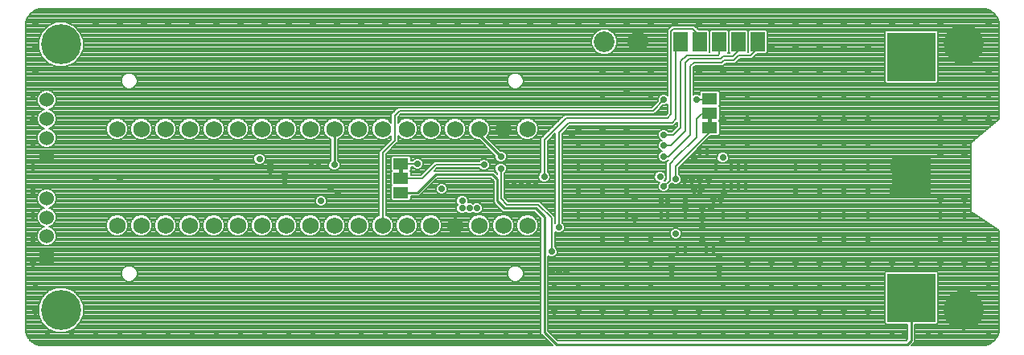
<source format=gbl>
G75*
%MOIN*%
%OFA0B0*%
%FSLAX25Y25*%
%IPPOS*%
%LPD*%
%AMOC8*
5,1,8,0,0,1.08239X$1,22.5*
%
%ADD10C,0.08600*%
%ADD11C,0.06900*%
%ADD12R,0.06300X0.04600*%
%ADD13C,0.01600*%
%ADD14R,0.16000X0.16000*%
%ADD15R,0.20000X0.20000*%
%ADD16R,0.06000X0.06000*%
%ADD17C,0.06000*%
%ADD18R,0.05906X0.07874*%
%ADD19C,0.00800*%
%ADD20C,0.02800*%
%ADD21C,0.16598*%
%ADD22C,0.01000*%
D10*
X0270863Y0185293D03*
X0284642Y0185293D03*
D11*
X0238934Y0149128D03*
X0228934Y0149128D03*
X0218934Y0149128D03*
X0208934Y0149128D03*
X0198934Y0149128D03*
X0188934Y0149128D03*
X0178934Y0149128D03*
X0168934Y0149128D03*
X0158934Y0149128D03*
X0148934Y0149128D03*
X0138934Y0149128D03*
X0128934Y0149128D03*
X0118934Y0149128D03*
X0108934Y0149128D03*
X0098934Y0149128D03*
X0088934Y0149128D03*
X0078934Y0149128D03*
X0068934Y0149128D03*
X0068934Y0109128D03*
X0078934Y0109128D03*
X0088934Y0109128D03*
X0098934Y0109128D03*
X0108934Y0109128D03*
X0118934Y0109128D03*
X0128934Y0109128D03*
X0138934Y0109128D03*
X0148934Y0109128D03*
X0158934Y0109128D03*
X0168934Y0109128D03*
X0178934Y0109128D03*
X0188934Y0109128D03*
X0198934Y0109128D03*
X0208934Y0109128D03*
X0218934Y0109128D03*
X0228934Y0109128D03*
X0238934Y0109128D03*
D12*
X0186501Y0122805D03*
X0186501Y0128805D03*
X0186501Y0134805D03*
X0314422Y0149793D03*
X0314422Y0155793D03*
X0314422Y0161793D03*
D13*
X0314422Y0155793D02*
X0314422Y0150793D01*
X0186501Y0133805D02*
X0186501Y0128805D01*
D14*
X0398028Y0129159D03*
D15*
X0398028Y0179159D03*
X0398028Y0079159D03*
D16*
X0039760Y0096781D03*
X0039760Y0137600D03*
D17*
X0039760Y0145474D03*
X0039760Y0153348D03*
X0039760Y0161222D03*
X0039760Y0120403D03*
X0039760Y0112529D03*
X0039760Y0104655D03*
D18*
X0302418Y0185293D03*
X0310418Y0185293D03*
X0318418Y0185293D03*
X0326418Y0185293D03*
X0334418Y0185293D03*
D19*
X0037784Y0059301D02*
X0036709Y0059385D01*
X0034663Y0060050D01*
X0032923Y0061314D01*
X0031659Y0063054D01*
X0030995Y0065100D01*
X0030910Y0066175D01*
X0030910Y0192159D01*
X0030995Y0193234D01*
X0031659Y0195280D01*
X0032923Y0197020D01*
X0034663Y0198284D01*
X0036709Y0198949D01*
X0037784Y0199033D01*
X0427548Y0199033D01*
X0428623Y0198949D01*
X0430669Y0198284D01*
X0432409Y0197020D01*
X0433673Y0195280D01*
X0434337Y0193234D01*
X0434422Y0192159D01*
X0434422Y0191745D01*
X0434430Y0191737D01*
X0434430Y0153250D01*
X0423257Y0143939D01*
X0423205Y0143939D01*
X0422944Y0143678D01*
X0422660Y0143442D01*
X0422656Y0143390D01*
X0422619Y0143353D01*
X0422619Y0142984D01*
X0422585Y0142617D01*
X0422619Y0142577D01*
X0422619Y0115682D01*
X0422557Y0115590D01*
X0422619Y0115281D01*
X0422619Y0114965D01*
X0422698Y0114887D01*
X0422719Y0114777D01*
X0422982Y0114603D01*
X0423205Y0114380D01*
X0423316Y0114380D01*
X0434430Y0106970D01*
X0434430Y0066597D01*
X0434422Y0066589D01*
X0434422Y0066175D01*
X0434337Y0065100D01*
X0433673Y0063054D01*
X0432409Y0061314D01*
X0430669Y0060050D01*
X0428623Y0059385D01*
X0427548Y0059301D01*
X0398051Y0059301D01*
X0399528Y0060778D01*
X0399528Y0068159D01*
X0408442Y0068159D01*
X0409028Y0068745D01*
X0409028Y0089573D01*
X0408442Y0090159D01*
X0387614Y0090159D01*
X0387028Y0089573D01*
X0387028Y0068745D01*
X0387614Y0068159D01*
X0396528Y0068159D01*
X0396528Y0062021D01*
X0395801Y0061293D01*
X0251543Y0061293D01*
X0247422Y0065414D01*
X0247422Y0096399D01*
X0247562Y0096258D01*
X0248445Y0095893D01*
X0249399Y0095893D01*
X0250281Y0096258D01*
X0250957Y0096933D01*
X0251322Y0097816D01*
X0251322Y0098770D01*
X0250957Y0099652D01*
X0250322Y0100287D01*
X0250322Y0106499D01*
X0250562Y0106258D01*
X0251445Y0105893D01*
X0252399Y0105893D01*
X0253281Y0106258D01*
X0253957Y0106933D01*
X0254322Y0107816D01*
X0254322Y0108770D01*
X0253957Y0109652D01*
X0253322Y0110287D01*
X0253322Y0147213D01*
X0256502Y0150393D01*
X0299502Y0150393D01*
X0301002Y0151893D01*
X0301022Y0151913D01*
X0301022Y0150373D01*
X0298842Y0148193D01*
X0297416Y0148193D01*
X0296781Y0148828D01*
X0295899Y0149193D01*
X0294945Y0149193D01*
X0294062Y0148828D01*
X0293387Y0148152D01*
X0293022Y0147270D01*
X0293022Y0146316D01*
X0293387Y0145433D01*
X0294062Y0144758D01*
X0294582Y0144543D01*
X0294062Y0144328D01*
X0293387Y0143652D01*
X0293022Y0142770D01*
X0293022Y0141816D01*
X0293387Y0140933D01*
X0294062Y0140258D01*
X0294582Y0140043D01*
X0294062Y0139828D01*
X0293387Y0139152D01*
X0293022Y0138270D01*
X0293022Y0137316D01*
X0293387Y0136433D01*
X0294062Y0135758D01*
X0294945Y0135393D01*
X0295899Y0135393D01*
X0296781Y0135758D01*
X0297416Y0136393D01*
X0297542Y0136393D01*
X0296522Y0135373D01*
X0296522Y0128373D01*
X0295842Y0127693D01*
X0295716Y0127693D01*
X0295957Y0127933D01*
X0296322Y0128816D01*
X0296322Y0129770D01*
X0295957Y0130652D01*
X0295281Y0131328D01*
X0294399Y0131693D01*
X0293445Y0131693D01*
X0292562Y0131328D01*
X0291887Y0130652D01*
X0291522Y0129770D01*
X0291522Y0128816D01*
X0291887Y0127933D01*
X0292562Y0127258D01*
X0293445Y0126893D01*
X0293628Y0126893D01*
X0293387Y0126652D01*
X0293022Y0125770D01*
X0293022Y0124816D01*
X0293387Y0123933D01*
X0294062Y0123258D01*
X0294945Y0122893D01*
X0295899Y0122893D01*
X0296781Y0123258D01*
X0297457Y0123933D01*
X0297822Y0124816D01*
X0297822Y0125713D01*
X0298502Y0126393D01*
X0298715Y0126606D01*
X0299062Y0126258D01*
X0299945Y0125893D01*
X0300899Y0125893D01*
X0301781Y0126258D01*
X0302457Y0126933D01*
X0302822Y0127816D01*
X0302822Y0128770D01*
X0302457Y0129652D01*
X0301822Y0130287D01*
X0301822Y0133213D01*
X0314502Y0145893D01*
X0315102Y0146493D01*
X0317986Y0146493D01*
X0318572Y0147079D01*
X0318572Y0152507D01*
X0318286Y0152793D01*
X0318572Y0153079D01*
X0318572Y0158507D01*
X0318286Y0158793D01*
X0318572Y0159079D01*
X0318572Y0164507D01*
X0317986Y0165093D01*
X0310858Y0165093D01*
X0310272Y0164507D01*
X0310272Y0163332D01*
X0309399Y0163693D01*
X0308445Y0163693D01*
X0307822Y0163435D01*
X0307822Y0174713D01*
X0308502Y0175393D01*
X0320002Y0175393D01*
X0321002Y0176393D01*
X0325002Y0176393D01*
X0325822Y0177213D01*
X0327002Y0178393D01*
X0332002Y0178393D01*
X0333965Y0180356D01*
X0337785Y0180356D01*
X0338371Y0180942D01*
X0338371Y0189644D01*
X0337785Y0190230D01*
X0331051Y0190230D01*
X0330465Y0189644D01*
X0330465Y0181193D01*
X0330371Y0181193D01*
X0330371Y0189644D01*
X0329785Y0190230D01*
X0323051Y0190230D01*
X0322465Y0189644D01*
X0322465Y0180942D01*
X0322714Y0180693D01*
X0322122Y0180693D01*
X0322371Y0180942D01*
X0322371Y0189644D01*
X0321785Y0190230D01*
X0315051Y0190230D01*
X0314465Y0189644D01*
X0314465Y0181193D01*
X0314371Y0181193D01*
X0314371Y0189644D01*
X0313785Y0190230D01*
X0309965Y0190230D01*
X0308002Y0192193D01*
X0298842Y0192193D01*
X0298022Y0191373D01*
X0297022Y0190373D01*
X0297022Y0163087D01*
X0296781Y0163328D01*
X0295899Y0163693D01*
X0294945Y0163693D01*
X0294062Y0163328D01*
X0293387Y0162652D01*
X0293022Y0161770D01*
X0293022Y0160873D01*
X0290342Y0158193D01*
X0185342Y0158193D01*
X0184522Y0157373D01*
X0182522Y0155373D01*
X0182522Y0151833D01*
X0181454Y0152900D01*
X0179819Y0153578D01*
X0178049Y0153578D01*
X0176413Y0152900D01*
X0175161Y0151648D01*
X0174484Y0150013D01*
X0174484Y0148242D01*
X0175161Y0146607D01*
X0176413Y0145355D01*
X0178049Y0144678D01*
X0179819Y0144678D01*
X0181454Y0145355D01*
X0182522Y0146423D01*
X0182522Y0144873D01*
X0177534Y0139885D01*
X0177534Y0113364D01*
X0176413Y0112900D01*
X0175161Y0111648D01*
X0174484Y0110013D01*
X0174484Y0108242D01*
X0175161Y0106607D01*
X0176413Y0105355D01*
X0178049Y0104678D01*
X0179819Y0104678D01*
X0181454Y0105355D01*
X0182706Y0106607D01*
X0183384Y0108242D01*
X0183384Y0110013D01*
X0182706Y0111648D01*
X0181454Y0112900D01*
X0180334Y0113364D01*
X0180334Y0138725D01*
X0184502Y0142893D01*
X0185322Y0143713D01*
X0185322Y0146446D01*
X0186413Y0145355D01*
X0188049Y0144678D01*
X0189819Y0144678D01*
X0191454Y0145355D01*
X0192706Y0146607D01*
X0193384Y0148242D01*
X0193384Y0150013D01*
X0192706Y0151648D01*
X0191454Y0152900D01*
X0189819Y0153578D01*
X0188049Y0153578D01*
X0186413Y0152900D01*
X0185322Y0151809D01*
X0185322Y0154213D01*
X0186502Y0155393D01*
X0291502Y0155393D01*
X0292322Y0156213D01*
X0295002Y0158893D01*
X0295899Y0158893D01*
X0296781Y0159258D01*
X0297022Y0159499D01*
X0297022Y0155873D01*
X0296342Y0155193D01*
X0254342Y0155193D01*
X0253522Y0154373D01*
X0253522Y0154373D01*
X0244522Y0145373D01*
X0244522Y0131287D01*
X0243887Y0130652D01*
X0243522Y0129770D01*
X0243522Y0128816D01*
X0243887Y0127933D01*
X0244562Y0127258D01*
X0245445Y0126893D01*
X0246399Y0126893D01*
X0247281Y0127258D01*
X0247957Y0127933D01*
X0248322Y0128816D01*
X0248322Y0129770D01*
X0247957Y0130652D01*
X0247322Y0131287D01*
X0247322Y0144213D01*
X0250522Y0147413D01*
X0250522Y0110287D01*
X0250322Y0110087D01*
X0250322Y0112873D01*
X0249502Y0113693D01*
X0244002Y0119193D01*
X0231002Y0119193D01*
X0229322Y0120873D01*
X0229322Y0130799D01*
X0229957Y0131433D01*
X0230322Y0132316D01*
X0230322Y0133270D01*
X0229957Y0134152D01*
X0244522Y0134152D01*
X0244522Y0134950D02*
X0228986Y0134950D01*
X0229281Y0134828D02*
X0228399Y0135193D01*
X0227445Y0135193D01*
X0226562Y0134828D01*
X0225887Y0134152D01*
X0223322Y0134152D01*
X0223322Y0133816D02*
X0223322Y0134770D01*
X0222957Y0135652D01*
X0222281Y0136328D01*
X0221399Y0136693D01*
X0220445Y0136693D01*
X0219562Y0136328D01*
X0218928Y0135693D01*
X0200342Y0135693D01*
X0199522Y0134873D01*
X0194854Y0130205D01*
X0190651Y0130205D01*
X0190651Y0131519D01*
X0190365Y0131805D01*
X0190651Y0132091D01*
X0190651Y0133405D01*
X0191416Y0133405D01*
X0192062Y0132758D01*
X0192945Y0132393D01*
X0193899Y0132393D01*
X0194781Y0132758D01*
X0195457Y0133433D01*
X0195822Y0134316D01*
X0195822Y0135270D01*
X0195457Y0136152D01*
X0194781Y0136828D01*
X0193899Y0137193D01*
X0192945Y0137193D01*
X0192062Y0136828D01*
X0191440Y0136205D01*
X0190651Y0136205D01*
X0190651Y0137519D01*
X0190065Y0138105D01*
X0182936Y0138105D01*
X0182351Y0137519D01*
X0182351Y0132091D01*
X0182636Y0131805D01*
X0182351Y0131519D01*
X0182351Y0126091D01*
X0182636Y0125805D01*
X0182351Y0125519D01*
X0182351Y0120091D01*
X0182936Y0119505D01*
X0190065Y0119505D01*
X0190651Y0120091D01*
X0190651Y0121305D01*
X0194055Y0121305D01*
X0201543Y0128793D01*
X0223801Y0128793D01*
X0224922Y0127672D01*
X0224922Y0118672D01*
X0225801Y0117793D01*
X0228801Y0114793D01*
X0241801Y0114793D01*
X0244422Y0112172D01*
X0244422Y0064172D01*
X0245301Y0063293D01*
X0249293Y0059301D01*
X0037784Y0059301D01*
X0035156Y0059890D02*
X0248704Y0059890D01*
X0247905Y0060689D02*
X0033785Y0060689D01*
X0032798Y0061487D02*
X0247107Y0061487D01*
X0246308Y0062286D02*
X0032218Y0062286D01*
X0031650Y0063084D02*
X0245510Y0063084D01*
X0244711Y0063883D02*
X0031390Y0063883D01*
X0031131Y0064681D02*
X0244422Y0064681D01*
X0244422Y0065480D02*
X0049297Y0065480D01*
X0050934Y0066158D02*
X0053549Y0068773D01*
X0054965Y0072191D01*
X0054965Y0075891D01*
X0053549Y0079309D01*
X0050934Y0081924D01*
X0047516Y0083340D01*
X0043816Y0083340D01*
X0040398Y0081924D01*
X0037783Y0079309D01*
X0036367Y0075891D01*
X0036367Y0072191D01*
X0037783Y0068773D01*
X0040398Y0066158D01*
X0043816Y0064742D01*
X0047516Y0064742D01*
X0050934Y0066158D01*
X0051054Y0066278D02*
X0244422Y0066278D01*
X0244422Y0067077D02*
X0051853Y0067077D01*
X0052651Y0067875D02*
X0244422Y0067875D01*
X0244422Y0068674D02*
X0053450Y0068674D01*
X0053839Y0069472D02*
X0244422Y0069472D01*
X0244422Y0070271D02*
X0054170Y0070271D01*
X0054500Y0071069D02*
X0244422Y0071069D01*
X0244422Y0071868D02*
X0054831Y0071868D01*
X0054965Y0072666D02*
X0244422Y0072666D01*
X0244422Y0073465D02*
X0054965Y0073465D01*
X0054965Y0074263D02*
X0244422Y0074263D01*
X0244422Y0075062D02*
X0054965Y0075062D01*
X0054965Y0075860D02*
X0244422Y0075860D01*
X0244422Y0076659D02*
X0054647Y0076659D01*
X0054316Y0077457D02*
X0244422Y0077457D01*
X0244422Y0078256D02*
X0053986Y0078256D01*
X0053655Y0079054D02*
X0244422Y0079054D01*
X0244422Y0079853D02*
X0053005Y0079853D01*
X0052207Y0080651D02*
X0244422Y0080651D01*
X0244422Y0081450D02*
X0051408Y0081450D01*
X0050152Y0082248D02*
X0244422Y0082248D01*
X0244422Y0083047D02*
X0048224Y0083047D01*
X0043108Y0083047D02*
X0030910Y0083047D01*
X0030910Y0083845D02*
X0244422Y0083845D01*
X0244422Y0084644D02*
X0030910Y0084644D01*
X0030910Y0085442D02*
X0244422Y0085442D01*
X0244422Y0086241D02*
X0235750Y0086241D01*
X0235838Y0086277D02*
X0236784Y0087223D01*
X0237296Y0088459D01*
X0237296Y0089796D01*
X0236784Y0091032D01*
X0244422Y0091032D01*
X0244422Y0091830D02*
X0235986Y0091830D01*
X0235838Y0091978D02*
X0234603Y0092490D01*
X0233265Y0092490D01*
X0232029Y0091978D01*
X0231083Y0091032D01*
X0076784Y0091032D01*
X0075838Y0091978D01*
X0074603Y0092490D01*
X0073265Y0092490D01*
X0072029Y0091978D01*
X0071083Y0091032D01*
X0030910Y0091032D01*
X0030910Y0091830D02*
X0071882Y0091830D01*
X0071083Y0091032D02*
X0070572Y0089796D01*
X0070572Y0088459D01*
X0071083Y0087223D01*
X0072029Y0086277D01*
X0073265Y0085765D01*
X0074603Y0085765D01*
X0075838Y0086277D01*
X0076784Y0087223D01*
X0077296Y0088459D01*
X0077296Y0089796D01*
X0076784Y0091032D01*
X0077115Y0090233D02*
X0230753Y0090233D01*
X0230572Y0089796D02*
X0230572Y0088459D01*
X0231083Y0087223D01*
X0232029Y0086277D01*
X0233265Y0085765D01*
X0234603Y0085765D01*
X0235838Y0086277D01*
X0236600Y0087039D02*
X0244422Y0087039D01*
X0244422Y0087838D02*
X0237039Y0087838D01*
X0237296Y0088636D02*
X0244422Y0088636D01*
X0244422Y0089435D02*
X0237296Y0089435D01*
X0237115Y0090233D02*
X0244422Y0090233D01*
X0244422Y0092629D02*
X0030910Y0092629D01*
X0030910Y0093427D02*
X0244422Y0093427D01*
X0244422Y0094226D02*
X0030910Y0094226D01*
X0030910Y0095025D02*
X0244422Y0095025D01*
X0244422Y0095823D02*
X0030910Y0095823D01*
X0030910Y0096622D02*
X0244422Y0096622D01*
X0244422Y0097420D02*
X0030910Y0097420D01*
X0030910Y0098219D02*
X0244422Y0098219D01*
X0244422Y0099017D02*
X0030910Y0099017D01*
X0030910Y0099816D02*
X0244422Y0099816D01*
X0244422Y0100614D02*
X0030910Y0100614D01*
X0030910Y0101413D02*
X0037346Y0101413D01*
X0037495Y0101264D02*
X0038965Y0100655D01*
X0040556Y0100655D01*
X0042026Y0101264D01*
X0043152Y0102389D01*
X0043760Y0103860D01*
X0043760Y0105451D01*
X0043152Y0106921D01*
X0042026Y0108046D01*
X0040708Y0108592D01*
X0042026Y0109138D01*
X0043152Y0110263D01*
X0043760Y0111734D01*
X0043760Y0113325D01*
X0043152Y0114795D01*
X0042026Y0115920D01*
X0040708Y0116466D01*
X0042026Y0117012D01*
X0043152Y0118137D01*
X0043760Y0119608D01*
X0043760Y0121199D01*
X0043152Y0122669D01*
X0042026Y0123794D01*
X0040556Y0124403D01*
X0038965Y0124403D01*
X0037495Y0123794D01*
X0036369Y0122669D01*
X0035760Y0121199D01*
X0035760Y0119608D01*
X0036369Y0118137D01*
X0037495Y0117012D01*
X0038813Y0116466D01*
X0037495Y0115920D01*
X0036369Y0114795D01*
X0035760Y0113325D01*
X0035760Y0111734D01*
X0036369Y0110263D01*
X0037495Y0109138D01*
X0038813Y0108592D01*
X0037495Y0108046D01*
X0036369Y0106921D01*
X0035760Y0105451D01*
X0035760Y0103860D01*
X0036369Y0102389D01*
X0037495Y0101264D01*
X0036548Y0102211D02*
X0030910Y0102211D01*
X0030910Y0103010D02*
X0036113Y0103010D01*
X0035782Y0103808D02*
X0030910Y0103808D01*
X0030910Y0104607D02*
X0035760Y0104607D01*
X0035760Y0105405D02*
X0030910Y0105405D01*
X0030910Y0106204D02*
X0036072Y0106204D01*
X0036451Y0107002D02*
X0030910Y0107002D01*
X0030910Y0107801D02*
X0037249Y0107801D01*
X0037235Y0109398D02*
X0030910Y0109398D01*
X0030910Y0110196D02*
X0036437Y0110196D01*
X0036067Y0110995D02*
X0030910Y0110995D01*
X0030910Y0111793D02*
X0035760Y0111793D01*
X0035760Y0112592D02*
X0030910Y0112592D01*
X0030910Y0113390D02*
X0035788Y0113390D01*
X0036118Y0114189D02*
X0030910Y0114189D01*
X0030910Y0114987D02*
X0036562Y0114987D01*
X0037360Y0115786D02*
X0030910Y0115786D01*
X0030910Y0116584D02*
X0038528Y0116584D01*
X0037124Y0117383D02*
X0030910Y0117383D01*
X0030910Y0118181D02*
X0036351Y0118181D01*
X0036020Y0118980D02*
X0030910Y0118980D01*
X0030910Y0119778D02*
X0035760Y0119778D01*
X0035760Y0120577D02*
X0030910Y0120577D01*
X0030910Y0121375D02*
X0035834Y0121375D01*
X0036164Y0122174D02*
X0030910Y0122174D01*
X0030910Y0122972D02*
X0036673Y0122972D01*
X0037471Y0123771D02*
X0030910Y0123771D01*
X0030910Y0124569D02*
X0177534Y0124569D01*
X0177534Y0123771D02*
X0042050Y0123771D01*
X0042848Y0122972D02*
X0177534Y0122972D01*
X0177534Y0122174D02*
X0043357Y0122174D01*
X0043687Y0121375D02*
X0152178Y0121375D01*
X0152062Y0121328D02*
X0151387Y0120652D01*
X0151022Y0119770D01*
X0151022Y0118816D01*
X0151387Y0117933D01*
X0152062Y0117258D01*
X0152945Y0116893D01*
X0153899Y0116893D01*
X0154781Y0117258D01*
X0155457Y0117933D01*
X0155822Y0118816D01*
X0155822Y0119770D01*
X0155457Y0120652D01*
X0154781Y0121328D01*
X0153899Y0121693D01*
X0152945Y0121693D01*
X0152062Y0121328D01*
X0151356Y0120577D02*
X0043760Y0120577D01*
X0043760Y0119778D02*
X0151025Y0119778D01*
X0151022Y0118980D02*
X0043500Y0118980D01*
X0043170Y0118181D02*
X0151285Y0118181D01*
X0151938Y0117383D02*
X0042397Y0117383D01*
X0042161Y0115786D02*
X0177534Y0115786D01*
X0177534Y0116584D02*
X0040993Y0116584D01*
X0042959Y0114987D02*
X0177534Y0114987D01*
X0177534Y0114189D02*
X0043403Y0114189D01*
X0043733Y0113390D02*
X0067596Y0113390D01*
X0068049Y0113578D02*
X0066413Y0112900D01*
X0065161Y0111648D01*
X0064484Y0110013D01*
X0064484Y0108242D01*
X0065161Y0106607D01*
X0066413Y0105355D01*
X0068049Y0104678D01*
X0069819Y0104678D01*
X0071454Y0105355D01*
X0072706Y0106607D01*
X0073384Y0108242D01*
X0073384Y0110013D01*
X0072706Y0111648D01*
X0071454Y0112900D01*
X0069819Y0113578D01*
X0068049Y0113578D01*
X0066105Y0112592D02*
X0043760Y0112592D01*
X0043760Y0111793D02*
X0065306Y0111793D01*
X0064890Y0110995D02*
X0043454Y0110995D01*
X0043084Y0110196D02*
X0064560Y0110196D01*
X0064484Y0109398D02*
X0042286Y0109398D01*
X0042272Y0107801D02*
X0064667Y0107801D01*
X0064484Y0108599D02*
X0040725Y0108599D01*
X0038796Y0108599D02*
X0030910Y0108599D01*
X0043070Y0107002D02*
X0064997Y0107002D01*
X0065564Y0106204D02*
X0043449Y0106204D01*
X0043760Y0105405D02*
X0066363Y0105405D01*
X0071504Y0105405D02*
X0076363Y0105405D01*
X0076413Y0105355D02*
X0078049Y0104678D01*
X0079819Y0104678D01*
X0081454Y0105355D01*
X0082706Y0106607D01*
X0083384Y0108242D01*
X0083384Y0110013D01*
X0082706Y0111648D01*
X0081454Y0112900D01*
X0079819Y0113578D01*
X0078049Y0113578D01*
X0076413Y0112900D01*
X0075161Y0111648D01*
X0074484Y0110013D01*
X0074484Y0108242D01*
X0075161Y0106607D01*
X0076413Y0105355D01*
X0075564Y0106204D02*
X0072303Y0106204D01*
X0072870Y0107002D02*
X0074997Y0107002D01*
X0074667Y0107801D02*
X0073201Y0107801D01*
X0073384Y0108599D02*
X0074484Y0108599D01*
X0074484Y0109398D02*
X0073384Y0109398D01*
X0073308Y0110196D02*
X0074560Y0110196D01*
X0074890Y0110995D02*
X0072977Y0110995D01*
X0072561Y0111793D02*
X0075306Y0111793D01*
X0076105Y0112592D02*
X0071763Y0112592D01*
X0070271Y0113390D02*
X0077596Y0113390D01*
X0080271Y0113390D02*
X0087596Y0113390D01*
X0088049Y0113578D02*
X0086413Y0112900D01*
X0085161Y0111648D01*
X0084484Y0110013D01*
X0084484Y0108242D01*
X0085161Y0106607D01*
X0086413Y0105355D01*
X0088049Y0104678D01*
X0089819Y0104678D01*
X0091454Y0105355D01*
X0092706Y0106607D01*
X0093384Y0108242D01*
X0093384Y0110013D01*
X0092706Y0111648D01*
X0091454Y0112900D01*
X0089819Y0113578D01*
X0088049Y0113578D01*
X0086105Y0112592D02*
X0081763Y0112592D01*
X0082561Y0111793D02*
X0085306Y0111793D01*
X0084890Y0110995D02*
X0082977Y0110995D01*
X0083308Y0110196D02*
X0084560Y0110196D01*
X0084484Y0109398D02*
X0083384Y0109398D01*
X0083384Y0108599D02*
X0084484Y0108599D01*
X0084667Y0107801D02*
X0083201Y0107801D01*
X0082870Y0107002D02*
X0084997Y0107002D01*
X0085564Y0106204D02*
X0082303Y0106204D01*
X0081504Y0105405D02*
X0086363Y0105405D01*
X0091504Y0105405D02*
X0096363Y0105405D01*
X0096413Y0105355D02*
X0098049Y0104678D01*
X0099819Y0104678D01*
X0101454Y0105355D01*
X0102706Y0106607D01*
X0103384Y0108242D01*
X0103384Y0110013D01*
X0102706Y0111648D01*
X0101454Y0112900D01*
X0099819Y0113578D01*
X0098049Y0113578D01*
X0096413Y0112900D01*
X0095161Y0111648D01*
X0094484Y0110013D01*
X0094484Y0108242D01*
X0095161Y0106607D01*
X0096413Y0105355D01*
X0095564Y0106204D02*
X0092303Y0106204D01*
X0092870Y0107002D02*
X0094997Y0107002D01*
X0094667Y0107801D02*
X0093201Y0107801D01*
X0093384Y0108599D02*
X0094484Y0108599D01*
X0094484Y0109398D02*
X0093384Y0109398D01*
X0093308Y0110196D02*
X0094560Y0110196D01*
X0094890Y0110995D02*
X0092977Y0110995D01*
X0092561Y0111793D02*
X0095306Y0111793D01*
X0096105Y0112592D02*
X0091763Y0112592D01*
X0090271Y0113390D02*
X0097596Y0113390D01*
X0100271Y0113390D02*
X0107596Y0113390D01*
X0108049Y0113578D02*
X0106413Y0112900D01*
X0105161Y0111648D01*
X0104484Y0110013D01*
X0104484Y0108242D01*
X0105161Y0106607D01*
X0106413Y0105355D01*
X0108049Y0104678D01*
X0109819Y0104678D01*
X0111454Y0105355D01*
X0112706Y0106607D01*
X0113384Y0108242D01*
X0113384Y0110013D01*
X0112706Y0111648D01*
X0111454Y0112900D01*
X0109819Y0113578D01*
X0108049Y0113578D01*
X0106105Y0112592D02*
X0101763Y0112592D01*
X0102561Y0111793D02*
X0105306Y0111793D01*
X0104890Y0110995D02*
X0102977Y0110995D01*
X0103308Y0110196D02*
X0104560Y0110196D01*
X0104484Y0109398D02*
X0103384Y0109398D01*
X0103384Y0108599D02*
X0104484Y0108599D01*
X0104667Y0107801D02*
X0103201Y0107801D01*
X0102870Y0107002D02*
X0104997Y0107002D01*
X0105564Y0106204D02*
X0102303Y0106204D01*
X0101504Y0105405D02*
X0106363Y0105405D01*
X0111504Y0105405D02*
X0116363Y0105405D01*
X0116413Y0105355D02*
X0118049Y0104678D01*
X0119819Y0104678D01*
X0121454Y0105355D01*
X0122706Y0106607D01*
X0123384Y0108242D01*
X0123384Y0110013D01*
X0122706Y0111648D01*
X0121454Y0112900D01*
X0119819Y0113578D01*
X0118049Y0113578D01*
X0116413Y0112900D01*
X0115161Y0111648D01*
X0114484Y0110013D01*
X0114484Y0108242D01*
X0115161Y0106607D01*
X0116413Y0105355D01*
X0115564Y0106204D02*
X0112303Y0106204D01*
X0112870Y0107002D02*
X0114997Y0107002D01*
X0114667Y0107801D02*
X0113201Y0107801D01*
X0113384Y0108599D02*
X0114484Y0108599D01*
X0114484Y0109398D02*
X0113384Y0109398D01*
X0113308Y0110196D02*
X0114560Y0110196D01*
X0114890Y0110995D02*
X0112977Y0110995D01*
X0112561Y0111793D02*
X0115306Y0111793D01*
X0116105Y0112592D02*
X0111763Y0112592D01*
X0110271Y0113390D02*
X0117596Y0113390D01*
X0120271Y0113390D02*
X0127596Y0113390D01*
X0128049Y0113578D02*
X0126413Y0112900D01*
X0125161Y0111648D01*
X0124484Y0110013D01*
X0124484Y0108242D01*
X0125161Y0106607D01*
X0126413Y0105355D01*
X0128049Y0104678D01*
X0129819Y0104678D01*
X0131454Y0105355D01*
X0132706Y0106607D01*
X0133384Y0108242D01*
X0133384Y0110013D01*
X0132706Y0111648D01*
X0131454Y0112900D01*
X0129819Y0113578D01*
X0128049Y0113578D01*
X0126105Y0112592D02*
X0121763Y0112592D01*
X0122561Y0111793D02*
X0125306Y0111793D01*
X0124890Y0110995D02*
X0122977Y0110995D01*
X0123308Y0110196D02*
X0124560Y0110196D01*
X0124484Y0109398D02*
X0123384Y0109398D01*
X0123384Y0108599D02*
X0124484Y0108599D01*
X0124667Y0107801D02*
X0123201Y0107801D01*
X0122870Y0107002D02*
X0124997Y0107002D01*
X0125564Y0106204D02*
X0122303Y0106204D01*
X0121504Y0105405D02*
X0126363Y0105405D01*
X0131504Y0105405D02*
X0136363Y0105405D01*
X0136413Y0105355D02*
X0138049Y0104678D01*
X0139819Y0104678D01*
X0141454Y0105355D01*
X0142706Y0106607D01*
X0143384Y0108242D01*
X0143384Y0110013D01*
X0142706Y0111648D01*
X0141454Y0112900D01*
X0139819Y0113578D01*
X0138049Y0113578D01*
X0136413Y0112900D01*
X0135161Y0111648D01*
X0134484Y0110013D01*
X0134484Y0108242D01*
X0135161Y0106607D01*
X0136413Y0105355D01*
X0135564Y0106204D02*
X0132303Y0106204D01*
X0132870Y0107002D02*
X0134997Y0107002D01*
X0134667Y0107801D02*
X0133201Y0107801D01*
X0133384Y0108599D02*
X0134484Y0108599D01*
X0134484Y0109398D02*
X0133384Y0109398D01*
X0133308Y0110196D02*
X0134560Y0110196D01*
X0134890Y0110995D02*
X0132977Y0110995D01*
X0132561Y0111793D02*
X0135306Y0111793D01*
X0136105Y0112592D02*
X0131763Y0112592D01*
X0130271Y0113390D02*
X0137596Y0113390D01*
X0140271Y0113390D02*
X0147596Y0113390D01*
X0148049Y0113578D02*
X0146413Y0112900D01*
X0145161Y0111648D01*
X0144484Y0110013D01*
X0144484Y0108242D01*
X0145161Y0106607D01*
X0146413Y0105355D01*
X0148049Y0104678D01*
X0149819Y0104678D01*
X0151454Y0105355D01*
X0152706Y0106607D01*
X0153384Y0108242D01*
X0153384Y0110013D01*
X0152706Y0111648D01*
X0151454Y0112900D01*
X0149819Y0113578D01*
X0148049Y0113578D01*
X0146105Y0112592D02*
X0141763Y0112592D01*
X0142561Y0111793D02*
X0145306Y0111793D01*
X0144890Y0110995D02*
X0142977Y0110995D01*
X0143308Y0110196D02*
X0144560Y0110196D01*
X0144484Y0109398D02*
X0143384Y0109398D01*
X0143384Y0108599D02*
X0144484Y0108599D01*
X0144667Y0107801D02*
X0143201Y0107801D01*
X0142870Y0107002D02*
X0144997Y0107002D01*
X0145564Y0106204D02*
X0142303Y0106204D01*
X0141504Y0105405D02*
X0146363Y0105405D01*
X0151504Y0105405D02*
X0156363Y0105405D01*
X0156413Y0105355D02*
X0158049Y0104678D01*
X0159819Y0104678D01*
X0161454Y0105355D01*
X0162706Y0106607D01*
X0163384Y0108242D01*
X0163384Y0110013D01*
X0162706Y0111648D01*
X0161454Y0112900D01*
X0159819Y0113578D01*
X0158049Y0113578D01*
X0156413Y0112900D01*
X0155161Y0111648D01*
X0154484Y0110013D01*
X0154484Y0108242D01*
X0155161Y0106607D01*
X0156413Y0105355D01*
X0155564Y0106204D02*
X0152303Y0106204D01*
X0152870Y0107002D02*
X0154997Y0107002D01*
X0154667Y0107801D02*
X0153201Y0107801D01*
X0153384Y0108599D02*
X0154484Y0108599D01*
X0154484Y0109398D02*
X0153384Y0109398D01*
X0153308Y0110196D02*
X0154560Y0110196D01*
X0154890Y0110995D02*
X0152977Y0110995D01*
X0152561Y0111793D02*
X0155306Y0111793D01*
X0156105Y0112592D02*
X0151763Y0112592D01*
X0150271Y0113390D02*
X0157596Y0113390D01*
X0160271Y0113390D02*
X0167596Y0113390D01*
X0168049Y0113578D02*
X0166413Y0112900D01*
X0165161Y0111648D01*
X0164484Y0110013D01*
X0164484Y0108242D01*
X0165161Y0106607D01*
X0166413Y0105355D01*
X0168049Y0104678D01*
X0169819Y0104678D01*
X0171454Y0105355D01*
X0172706Y0106607D01*
X0173384Y0108242D01*
X0173384Y0110013D01*
X0172706Y0111648D01*
X0171454Y0112900D01*
X0169819Y0113578D01*
X0168049Y0113578D01*
X0166105Y0112592D02*
X0161763Y0112592D01*
X0162561Y0111793D02*
X0165306Y0111793D01*
X0164890Y0110995D02*
X0162977Y0110995D01*
X0163308Y0110196D02*
X0164560Y0110196D01*
X0164484Y0109398D02*
X0163384Y0109398D01*
X0163384Y0108599D02*
X0164484Y0108599D01*
X0164667Y0107801D02*
X0163201Y0107801D01*
X0162870Y0107002D02*
X0164997Y0107002D01*
X0165564Y0106204D02*
X0162303Y0106204D01*
X0161504Y0105405D02*
X0166363Y0105405D01*
X0171504Y0105405D02*
X0176363Y0105405D01*
X0175564Y0106204D02*
X0172303Y0106204D01*
X0172870Y0107002D02*
X0174997Y0107002D01*
X0174667Y0107801D02*
X0173201Y0107801D01*
X0173384Y0108599D02*
X0174484Y0108599D01*
X0174484Y0109398D02*
X0173384Y0109398D01*
X0173308Y0110196D02*
X0174560Y0110196D01*
X0174890Y0110995D02*
X0172977Y0110995D01*
X0172561Y0111793D02*
X0175306Y0111793D01*
X0176105Y0112592D02*
X0171763Y0112592D01*
X0170271Y0113390D02*
X0177534Y0113390D01*
X0180334Y0113390D02*
X0187596Y0113390D01*
X0188049Y0113578D02*
X0186413Y0112900D01*
X0185161Y0111648D01*
X0184484Y0110013D01*
X0184484Y0108242D01*
X0185161Y0106607D01*
X0186413Y0105355D01*
X0188049Y0104678D01*
X0189819Y0104678D01*
X0191454Y0105355D01*
X0192706Y0106607D01*
X0193384Y0108242D01*
X0193384Y0110013D01*
X0192706Y0111648D01*
X0191454Y0112900D01*
X0189819Y0113578D01*
X0188049Y0113578D01*
X0186105Y0112592D02*
X0181763Y0112592D01*
X0182561Y0111793D02*
X0185306Y0111793D01*
X0184890Y0110995D02*
X0182977Y0110995D01*
X0183308Y0110196D02*
X0184560Y0110196D01*
X0184484Y0109398D02*
X0183384Y0109398D01*
X0183384Y0108599D02*
X0184484Y0108599D01*
X0184667Y0107801D02*
X0183201Y0107801D01*
X0182870Y0107002D02*
X0184997Y0107002D01*
X0185564Y0106204D02*
X0182303Y0106204D01*
X0181504Y0105405D02*
X0186363Y0105405D01*
X0191504Y0105405D02*
X0196363Y0105405D01*
X0196413Y0105355D02*
X0198049Y0104678D01*
X0199819Y0104678D01*
X0201454Y0105355D01*
X0202706Y0106607D01*
X0203384Y0108242D01*
X0203384Y0110013D01*
X0202706Y0111648D01*
X0201454Y0112900D01*
X0199819Y0113578D01*
X0198049Y0113578D01*
X0196413Y0112900D01*
X0195161Y0111648D01*
X0194484Y0110013D01*
X0194484Y0108242D01*
X0195161Y0106607D01*
X0196413Y0105355D01*
X0195564Y0106204D02*
X0192303Y0106204D01*
X0192870Y0107002D02*
X0194997Y0107002D01*
X0194667Y0107801D02*
X0193201Y0107801D01*
X0193384Y0108599D02*
X0194484Y0108599D01*
X0194484Y0109398D02*
X0193384Y0109398D01*
X0193308Y0110196D02*
X0194560Y0110196D01*
X0194890Y0110995D02*
X0192977Y0110995D01*
X0192561Y0111793D02*
X0195306Y0111793D01*
X0196105Y0112592D02*
X0191763Y0112592D01*
X0190271Y0113390D02*
X0197596Y0113390D01*
X0200271Y0113390D02*
X0217596Y0113390D01*
X0218049Y0113578D02*
X0216413Y0112900D01*
X0215161Y0111648D01*
X0214484Y0110013D01*
X0214484Y0108242D01*
X0215161Y0106607D01*
X0216413Y0105355D01*
X0218049Y0104678D01*
X0219819Y0104678D01*
X0221454Y0105355D01*
X0222706Y0106607D01*
X0223384Y0108242D01*
X0223384Y0110013D01*
X0222706Y0111648D01*
X0221454Y0112900D01*
X0219819Y0113578D01*
X0218049Y0113578D01*
X0218399Y0113893D02*
X0219281Y0114258D01*
X0219957Y0114933D01*
X0220322Y0115816D01*
X0220322Y0116770D01*
X0219957Y0117652D01*
X0219281Y0118328D01*
X0218399Y0118693D01*
X0217445Y0118693D01*
X0216562Y0118328D01*
X0216422Y0118187D01*
X0216281Y0118328D01*
X0215399Y0118693D01*
X0214445Y0118693D01*
X0214235Y0118606D01*
X0214322Y0118816D01*
X0214322Y0119770D01*
X0213957Y0120652D01*
X0213281Y0121328D01*
X0212399Y0121693D01*
X0211445Y0121693D01*
X0210562Y0121328D01*
X0209887Y0120652D01*
X0209522Y0119770D01*
X0209522Y0118816D01*
X0209887Y0117933D01*
X0210028Y0117793D01*
X0209887Y0117652D01*
X0209522Y0116770D01*
X0209522Y0115816D01*
X0209887Y0114933D01*
X0210562Y0114258D01*
X0211445Y0113893D01*
X0212399Y0113893D01*
X0213281Y0114258D01*
X0213422Y0114399D01*
X0213562Y0114258D01*
X0214445Y0113893D01*
X0215399Y0113893D01*
X0216281Y0114258D01*
X0216422Y0114399D01*
X0216562Y0114258D01*
X0217445Y0113893D01*
X0218399Y0113893D01*
X0219113Y0114189D02*
X0242405Y0114189D01*
X0243203Y0113390D02*
X0240271Y0113390D01*
X0239819Y0113578D02*
X0241454Y0112900D01*
X0242706Y0111648D01*
X0243384Y0110013D01*
X0243384Y0108242D01*
X0242706Y0106607D01*
X0241454Y0105355D01*
X0239819Y0104678D01*
X0238049Y0104678D01*
X0236413Y0105355D01*
X0235161Y0106607D01*
X0234484Y0108242D01*
X0234484Y0110013D01*
X0235161Y0111648D01*
X0236413Y0112900D01*
X0238049Y0113578D01*
X0239819Y0113578D01*
X0241763Y0112592D02*
X0244002Y0112592D01*
X0244422Y0111793D02*
X0242561Y0111793D01*
X0242977Y0110995D02*
X0244422Y0110995D01*
X0244422Y0110196D02*
X0243308Y0110196D01*
X0243384Y0109398D02*
X0244422Y0109398D01*
X0244422Y0108599D02*
X0243384Y0108599D01*
X0243201Y0107801D02*
X0244422Y0107801D01*
X0244422Y0107002D02*
X0242870Y0107002D01*
X0242303Y0106204D02*
X0244422Y0106204D01*
X0244422Y0105405D02*
X0241504Y0105405D01*
X0244422Y0104607D02*
X0043760Y0104607D01*
X0043739Y0103808D02*
X0244422Y0103808D01*
X0244422Y0103010D02*
X0043408Y0103010D01*
X0042973Y0102211D02*
X0244422Y0102211D01*
X0244422Y0101413D02*
X0042175Y0101413D01*
X0030910Y0090233D02*
X0070753Y0090233D01*
X0070572Y0089435D02*
X0030910Y0089435D01*
X0030910Y0088636D02*
X0070572Y0088636D01*
X0070829Y0087838D02*
X0030910Y0087838D01*
X0030910Y0087039D02*
X0071267Y0087039D01*
X0072117Y0086241D02*
X0030910Y0086241D01*
X0030910Y0082248D02*
X0041180Y0082248D01*
X0039924Y0081450D02*
X0030910Y0081450D01*
X0030910Y0080651D02*
X0039125Y0080651D01*
X0038327Y0079853D02*
X0030910Y0079853D01*
X0030910Y0079054D02*
X0037677Y0079054D01*
X0037346Y0078256D02*
X0030910Y0078256D01*
X0030910Y0077457D02*
X0037016Y0077457D01*
X0036685Y0076659D02*
X0030910Y0076659D01*
X0030910Y0075860D02*
X0036367Y0075860D01*
X0036367Y0075062D02*
X0030910Y0075062D01*
X0030910Y0074263D02*
X0036367Y0074263D01*
X0036367Y0073465D02*
X0030910Y0073465D01*
X0030910Y0072666D02*
X0036367Y0072666D01*
X0036501Y0071868D02*
X0030910Y0071868D01*
X0030910Y0071069D02*
X0036832Y0071069D01*
X0037162Y0070271D02*
X0030910Y0070271D01*
X0030910Y0069472D02*
X0037493Y0069472D01*
X0037882Y0068674D02*
X0030910Y0068674D01*
X0030910Y0067875D02*
X0038681Y0067875D01*
X0039479Y0067077D02*
X0030910Y0067077D01*
X0030910Y0066278D02*
X0040278Y0066278D01*
X0042035Y0065480D02*
X0030965Y0065480D01*
X0075750Y0086241D02*
X0232117Y0086241D01*
X0231267Y0087039D02*
X0076600Y0087039D01*
X0077039Y0087838D02*
X0230829Y0087838D01*
X0230572Y0088636D02*
X0077296Y0088636D01*
X0077296Y0089435D02*
X0230572Y0089435D01*
X0230572Y0089796D02*
X0231083Y0091032D01*
X0231882Y0091830D02*
X0075986Y0091830D01*
X0030910Y0125368D02*
X0177534Y0125368D01*
X0177534Y0126166D02*
X0030910Y0126166D01*
X0030910Y0126965D02*
X0177534Y0126965D01*
X0177534Y0127763D02*
X0030910Y0127763D01*
X0030910Y0128562D02*
X0177534Y0128562D01*
X0177534Y0129360D02*
X0030910Y0129360D01*
X0030910Y0130159D02*
X0177534Y0130159D01*
X0177534Y0130958D02*
X0030910Y0130958D01*
X0030910Y0131756D02*
X0177534Y0131756D01*
X0177534Y0132555D02*
X0160578Y0132555D01*
X0160281Y0132258D02*
X0160957Y0132933D01*
X0161322Y0133816D01*
X0161322Y0134770D01*
X0160957Y0135652D01*
X0160422Y0136187D01*
X0160422Y0144927D01*
X0161454Y0145355D01*
X0162706Y0146607D01*
X0163384Y0148242D01*
X0163384Y0150013D01*
X0162706Y0151648D01*
X0161454Y0152900D01*
X0159819Y0153578D01*
X0158049Y0153578D01*
X0156413Y0152900D01*
X0155161Y0151648D01*
X0154484Y0150013D01*
X0154484Y0148242D01*
X0155161Y0146607D01*
X0156413Y0145355D01*
X0157422Y0144937D01*
X0157422Y0136187D01*
X0156887Y0135652D01*
X0156522Y0134770D01*
X0156522Y0133816D01*
X0156887Y0132933D01*
X0157562Y0132258D01*
X0158445Y0131893D01*
X0159399Y0131893D01*
X0160281Y0132258D01*
X0161130Y0133353D02*
X0177534Y0133353D01*
X0177534Y0134152D02*
X0161322Y0134152D01*
X0161247Y0134950D02*
X0177534Y0134950D01*
X0177534Y0135749D02*
X0160860Y0135749D01*
X0160422Y0136547D02*
X0177534Y0136547D01*
X0177534Y0137346D02*
X0160422Y0137346D01*
X0160422Y0138144D02*
X0177534Y0138144D01*
X0177534Y0138943D02*
X0160422Y0138943D01*
X0160422Y0139741D02*
X0177534Y0139741D01*
X0178189Y0140540D02*
X0160422Y0140540D01*
X0160422Y0141338D02*
X0178987Y0141338D01*
X0179786Y0142137D02*
X0160422Y0142137D01*
X0160422Y0142935D02*
X0180584Y0142935D01*
X0181383Y0143734D02*
X0160422Y0143734D01*
X0160422Y0144532D02*
X0182181Y0144532D01*
X0182522Y0145331D02*
X0181396Y0145331D01*
X0182229Y0146129D02*
X0182522Y0146129D01*
X0183922Y0144293D02*
X0183922Y0154793D01*
X0185922Y0156793D01*
X0290922Y0156793D01*
X0295422Y0161293D01*
X0293022Y0161301D02*
X0043760Y0161301D01*
X0043760Y0162018D02*
X0043152Y0163488D01*
X0042026Y0164613D01*
X0040556Y0165222D01*
X0038965Y0165222D01*
X0037495Y0164613D01*
X0036369Y0163488D01*
X0035760Y0162018D01*
X0035760Y0160426D01*
X0036369Y0158956D01*
X0037495Y0157831D01*
X0038813Y0157285D01*
X0037495Y0156739D01*
X0036369Y0155614D01*
X0035760Y0154144D01*
X0035760Y0152552D01*
X0036369Y0151082D01*
X0037495Y0149957D01*
X0038813Y0149411D01*
X0037495Y0148865D01*
X0036369Y0147740D01*
X0035760Y0146270D01*
X0035760Y0144678D01*
X0036369Y0143208D01*
X0037495Y0142083D01*
X0038965Y0141474D01*
X0040556Y0141474D01*
X0042026Y0142083D01*
X0043152Y0143208D01*
X0043760Y0144678D01*
X0043760Y0146270D01*
X0043152Y0147740D01*
X0042026Y0148865D01*
X0040708Y0149411D01*
X0042026Y0149957D01*
X0043152Y0151082D01*
X0043760Y0152552D01*
X0043760Y0154144D01*
X0043152Y0155614D01*
X0042026Y0156739D01*
X0040708Y0157285D01*
X0042026Y0157831D01*
X0043152Y0158956D01*
X0043760Y0160426D01*
X0043760Y0162018D01*
X0043727Y0162099D02*
X0293158Y0162099D01*
X0293633Y0162898D02*
X0043396Y0162898D01*
X0042943Y0163696D02*
X0297022Y0163696D01*
X0297022Y0164495D02*
X0042144Y0164495D01*
X0043760Y0160502D02*
X0292651Y0160502D01*
X0291853Y0159704D02*
X0043461Y0159704D01*
X0043101Y0158905D02*
X0291054Y0158905D01*
X0293417Y0157308D02*
X0297022Y0157308D01*
X0297022Y0156510D02*
X0292619Y0156510D01*
X0292322Y0156213D02*
X0292322Y0156213D01*
X0291820Y0155711D02*
X0296860Y0155711D01*
X0298422Y0155293D02*
X0298422Y0189793D01*
X0299422Y0190793D01*
X0307422Y0190793D01*
X0310422Y0187793D01*
X0310422Y0185297D01*
X0310418Y0185293D01*
X0314371Y0185256D02*
X0314465Y0185256D01*
X0314465Y0184458D02*
X0314371Y0184458D01*
X0314371Y0183659D02*
X0314465Y0183659D01*
X0314465Y0182861D02*
X0314371Y0182861D01*
X0314371Y0182062D02*
X0314465Y0182062D01*
X0314465Y0181264D02*
X0314371Y0181264D01*
X0317922Y0179793D02*
X0318422Y0180293D01*
X0318422Y0185289D01*
X0318418Y0185293D01*
X0322371Y0185256D02*
X0322465Y0185256D01*
X0322465Y0184458D02*
X0322371Y0184458D01*
X0322371Y0183659D02*
X0322465Y0183659D01*
X0322465Y0182861D02*
X0322371Y0182861D01*
X0322371Y0182062D02*
X0322465Y0182062D01*
X0322465Y0181264D02*
X0322371Y0181264D01*
X0323922Y0179293D02*
X0319922Y0179293D01*
X0318922Y0178293D01*
X0305922Y0178293D01*
X0304422Y0176793D01*
X0304422Y0148293D01*
X0298422Y0142293D01*
X0295422Y0142293D01*
X0293220Y0141338D02*
X0253322Y0141338D01*
X0253322Y0140540D02*
X0293781Y0140540D01*
X0293976Y0139741D02*
X0253322Y0139741D01*
X0253322Y0138943D02*
X0293300Y0138943D01*
X0293022Y0138144D02*
X0253322Y0138144D01*
X0253322Y0137346D02*
X0293022Y0137346D01*
X0293340Y0136547D02*
X0253322Y0136547D01*
X0253322Y0135749D02*
X0294086Y0135749D01*
X0295422Y0137793D02*
X0297422Y0137793D01*
X0306422Y0146793D01*
X0306422Y0175293D01*
X0307922Y0176793D01*
X0319422Y0176793D01*
X0320422Y0177793D01*
X0324422Y0177793D01*
X0326422Y0179793D01*
X0331422Y0179793D01*
X0334422Y0182793D01*
X0334422Y0185289D01*
X0334418Y0185293D01*
X0338371Y0185256D02*
X0387028Y0185256D01*
X0387028Y0184458D02*
X0338371Y0184458D01*
X0338371Y0183659D02*
X0387028Y0183659D01*
X0387028Y0182861D02*
X0338371Y0182861D01*
X0338371Y0182062D02*
X0387028Y0182062D01*
X0387028Y0181264D02*
X0338371Y0181264D01*
X0337894Y0180465D02*
X0387028Y0180465D01*
X0387028Y0179667D02*
X0333276Y0179667D01*
X0332477Y0178868D02*
X0387028Y0178868D01*
X0387028Y0178070D02*
X0326678Y0178070D01*
X0325880Y0177271D02*
X0387028Y0177271D01*
X0387028Y0176473D02*
X0325081Y0176473D01*
X0325822Y0177213D02*
X0325822Y0177213D01*
X0323922Y0179293D02*
X0326922Y0182293D01*
X0326922Y0184789D01*
X0326418Y0185293D01*
X0330371Y0185256D02*
X0330465Y0185256D01*
X0330465Y0184458D02*
X0330371Y0184458D01*
X0330371Y0183659D02*
X0330465Y0183659D01*
X0330465Y0182861D02*
X0330371Y0182861D01*
X0330371Y0182062D02*
X0330465Y0182062D01*
X0330465Y0181264D02*
X0330371Y0181264D01*
X0330371Y0186055D02*
X0330465Y0186055D01*
X0330465Y0186853D02*
X0330371Y0186853D01*
X0330371Y0187652D02*
X0330465Y0187652D01*
X0330465Y0188450D02*
X0330371Y0188450D01*
X0330371Y0189249D02*
X0330465Y0189249D01*
X0330868Y0190047D02*
X0329968Y0190047D01*
X0337968Y0190047D02*
X0387502Y0190047D01*
X0387614Y0190159D02*
X0387028Y0189573D01*
X0387028Y0168745D01*
X0387614Y0168159D01*
X0408442Y0168159D01*
X0409028Y0168745D01*
X0409028Y0189573D01*
X0408442Y0190159D01*
X0387614Y0190159D01*
X0387028Y0189249D02*
X0338371Y0189249D01*
X0338371Y0188450D02*
X0387028Y0188450D01*
X0387028Y0187652D02*
X0338371Y0187652D01*
X0338371Y0186853D02*
X0387028Y0186853D01*
X0387028Y0186055D02*
X0338371Y0186055D01*
X0322465Y0186055D02*
X0322371Y0186055D01*
X0322371Y0186853D02*
X0322465Y0186853D01*
X0322465Y0187652D02*
X0322371Y0187652D01*
X0322371Y0188450D02*
X0322465Y0188450D01*
X0322465Y0189249D02*
X0322371Y0189249D01*
X0321968Y0190047D02*
X0322868Y0190047D01*
X0314868Y0190047D02*
X0313968Y0190047D01*
X0314371Y0189249D02*
X0314465Y0189249D01*
X0314465Y0188450D02*
X0314371Y0188450D01*
X0314371Y0187652D02*
X0314465Y0187652D01*
X0314465Y0186853D02*
X0314371Y0186853D01*
X0314371Y0186055D02*
X0314465Y0186055D01*
X0309349Y0190846D02*
X0434430Y0190846D01*
X0434430Y0191644D02*
X0308550Y0191644D01*
X0298293Y0191644D02*
X0051450Y0191644D01*
X0050934Y0192161D02*
X0047516Y0193576D01*
X0043816Y0193576D01*
X0040398Y0192161D01*
X0037783Y0189545D01*
X0036367Y0186127D01*
X0036367Y0182427D01*
X0037783Y0179010D01*
X0040398Y0176394D01*
X0043816Y0174978D01*
X0047516Y0174978D01*
X0050934Y0176394D01*
X0053549Y0179010D01*
X0054965Y0182427D01*
X0054965Y0186127D01*
X0053549Y0189545D01*
X0050934Y0192161D01*
X0050252Y0192443D02*
X0434400Y0192443D01*
X0434335Y0193241D02*
X0048325Y0193241D01*
X0052248Y0190846D02*
X0297495Y0190846D01*
X0297022Y0190047D02*
X0273234Y0190047D01*
X0273865Y0189786D02*
X0271917Y0190593D01*
X0269809Y0190593D01*
X0267861Y0189786D01*
X0266370Y0188295D01*
X0265563Y0186347D01*
X0265563Y0184239D01*
X0266370Y0182291D01*
X0267861Y0180800D01*
X0269809Y0179993D01*
X0271917Y0179993D01*
X0273865Y0180800D01*
X0275356Y0182291D01*
X0276163Y0184239D01*
X0276163Y0186347D01*
X0275356Y0188295D01*
X0273865Y0189786D01*
X0274402Y0189249D02*
X0297022Y0189249D01*
X0297022Y0188450D02*
X0275201Y0188450D01*
X0275622Y0187652D02*
X0297022Y0187652D01*
X0297022Y0186853D02*
X0275953Y0186853D01*
X0276163Y0186055D02*
X0297022Y0186055D01*
X0297022Y0185256D02*
X0276163Y0185256D01*
X0276163Y0184458D02*
X0297022Y0184458D01*
X0297022Y0183659D02*
X0275923Y0183659D01*
X0275592Y0182861D02*
X0297022Y0182861D01*
X0297022Y0182062D02*
X0275127Y0182062D01*
X0274329Y0181264D02*
X0297022Y0181264D01*
X0297022Y0180465D02*
X0273057Y0180465D01*
X0268669Y0180465D02*
X0054152Y0180465D01*
X0053822Y0179667D02*
X0297022Y0179667D01*
X0297022Y0178868D02*
X0053408Y0178868D01*
X0052610Y0178070D02*
X0297022Y0178070D01*
X0297022Y0177271D02*
X0051811Y0177271D01*
X0051012Y0176473D02*
X0297022Y0176473D01*
X0297022Y0175674D02*
X0049196Y0175674D01*
X0042136Y0175674D02*
X0030910Y0175674D01*
X0030910Y0174876D02*
X0297022Y0174876D01*
X0297022Y0174077D02*
X0030910Y0174077D01*
X0030910Y0173279D02*
X0297022Y0173279D01*
X0297022Y0172480D02*
X0234626Y0172480D01*
X0234603Y0172490D02*
X0233265Y0172490D01*
X0232029Y0171978D01*
X0231083Y0171032D01*
X0230572Y0169796D01*
X0230572Y0168459D01*
X0231083Y0167223D01*
X0232029Y0166277D01*
X0233265Y0165765D01*
X0234603Y0165765D01*
X0235838Y0166277D01*
X0236784Y0167223D01*
X0237296Y0168459D01*
X0237296Y0169796D01*
X0236784Y0171032D01*
X0235838Y0171978D01*
X0234603Y0172490D01*
X0233241Y0172480D02*
X0074626Y0172480D01*
X0074603Y0172490D02*
X0073265Y0172490D01*
X0072029Y0171978D01*
X0071083Y0171032D01*
X0070572Y0169796D01*
X0070572Y0168459D01*
X0071083Y0167223D01*
X0072029Y0166277D01*
X0073265Y0165765D01*
X0074603Y0165765D01*
X0075838Y0166277D01*
X0076784Y0167223D01*
X0077296Y0168459D01*
X0077296Y0169796D01*
X0076784Y0171032D01*
X0075838Y0171978D01*
X0074603Y0172490D01*
X0073241Y0172480D02*
X0030910Y0172480D01*
X0030910Y0171682D02*
X0071733Y0171682D01*
X0071022Y0170883D02*
X0030910Y0170883D01*
X0030910Y0170085D02*
X0070691Y0170085D01*
X0070572Y0169286D02*
X0030910Y0169286D01*
X0030910Y0168488D02*
X0070572Y0168488D01*
X0070890Y0167689D02*
X0030910Y0167689D01*
X0030910Y0166891D02*
X0071416Y0166891D01*
X0072476Y0166092D02*
X0030910Y0166092D01*
X0030910Y0165294D02*
X0297022Y0165294D01*
X0297022Y0166092D02*
X0235391Y0166092D01*
X0236451Y0166891D02*
X0297022Y0166891D01*
X0297022Y0167689D02*
X0236977Y0167689D01*
X0237296Y0168488D02*
X0297022Y0168488D01*
X0297022Y0169286D02*
X0237296Y0169286D01*
X0237177Y0170085D02*
X0297022Y0170085D01*
X0297022Y0170883D02*
X0236846Y0170883D01*
X0236135Y0171682D02*
X0297022Y0171682D01*
X0302422Y0177293D02*
X0304922Y0179793D01*
X0317922Y0179793D01*
X0320283Y0175674D02*
X0387028Y0175674D01*
X0387028Y0174876D02*
X0307984Y0174876D01*
X0307822Y0174077D02*
X0387028Y0174077D01*
X0387028Y0173279D02*
X0307822Y0173279D01*
X0307822Y0172480D02*
X0387028Y0172480D01*
X0387028Y0171682D02*
X0307822Y0171682D01*
X0307822Y0170883D02*
X0387028Y0170883D01*
X0387028Y0170085D02*
X0307822Y0170085D01*
X0307822Y0169286D02*
X0387028Y0169286D01*
X0387286Y0168488D02*
X0307822Y0168488D01*
X0307822Y0167689D02*
X0434430Y0167689D01*
X0434430Y0166891D02*
X0307822Y0166891D01*
X0307822Y0166092D02*
X0434430Y0166092D01*
X0434430Y0165294D02*
X0307822Y0165294D01*
X0307822Y0164495D02*
X0310272Y0164495D01*
X0310272Y0163696D02*
X0307822Y0163696D01*
X0308922Y0161293D02*
X0313922Y0161293D01*
X0314422Y0161793D01*
X0318572Y0162099D02*
X0434430Y0162099D01*
X0434430Y0161301D02*
X0318572Y0161301D01*
X0318572Y0160502D02*
X0434430Y0160502D01*
X0434430Y0159704D02*
X0318572Y0159704D01*
X0318399Y0158905D02*
X0434430Y0158905D01*
X0434430Y0158107D02*
X0318572Y0158107D01*
X0318572Y0157308D02*
X0434430Y0157308D01*
X0434430Y0156510D02*
X0318572Y0156510D01*
X0318572Y0155711D02*
X0434430Y0155711D01*
X0434430Y0154913D02*
X0318572Y0154913D01*
X0318572Y0154114D02*
X0434430Y0154114D01*
X0434430Y0153316D02*
X0318572Y0153316D01*
X0318562Y0152517D02*
X0433551Y0152517D01*
X0432593Y0151719D02*
X0318572Y0151719D01*
X0318572Y0150920D02*
X0431635Y0150920D01*
X0430676Y0150122D02*
X0318572Y0150122D01*
X0318572Y0149323D02*
X0429718Y0149323D01*
X0428760Y0148525D02*
X0318572Y0148525D01*
X0318572Y0147726D02*
X0427802Y0147726D01*
X0426844Y0146928D02*
X0318421Y0146928D01*
X0314738Y0146129D02*
X0425885Y0146129D01*
X0424927Y0145331D02*
X0313940Y0145331D01*
X0313141Y0144532D02*
X0423969Y0144532D01*
X0423000Y0143734D02*
X0312343Y0143734D01*
X0311544Y0142935D02*
X0422614Y0142935D01*
X0422619Y0142137D02*
X0310745Y0142137D01*
X0309947Y0141338D02*
X0422619Y0141338D01*
X0422619Y0140540D02*
X0309148Y0140540D01*
X0308350Y0139741D02*
X0422619Y0139741D01*
X0422619Y0138943D02*
X0321666Y0138943D01*
X0321957Y0138652D02*
X0321281Y0139328D01*
X0320399Y0139693D01*
X0319445Y0139693D01*
X0318562Y0139328D01*
X0317887Y0138652D01*
X0317522Y0137770D01*
X0317522Y0136816D01*
X0317887Y0135933D01*
X0318562Y0135258D01*
X0319445Y0134893D01*
X0320399Y0134893D01*
X0321281Y0135258D01*
X0321957Y0135933D01*
X0322322Y0136816D01*
X0322322Y0137770D01*
X0321957Y0138652D01*
X0322167Y0138144D02*
X0422619Y0138144D01*
X0422619Y0137346D02*
X0322322Y0137346D01*
X0322211Y0136547D02*
X0422619Y0136547D01*
X0422619Y0135749D02*
X0321772Y0135749D01*
X0320537Y0134950D02*
X0422619Y0134950D01*
X0422619Y0134152D02*
X0302760Y0134152D01*
X0303559Y0134950D02*
X0319307Y0134950D01*
X0318072Y0135749D02*
X0304357Y0135749D01*
X0305156Y0136547D02*
X0317633Y0136547D01*
X0317522Y0137346D02*
X0305954Y0137346D01*
X0306753Y0138144D02*
X0317677Y0138144D01*
X0318177Y0138943D02*
X0307551Y0138943D01*
X0308922Y0145793D02*
X0299422Y0136293D01*
X0298922Y0135793D01*
X0297922Y0134793D01*
X0297922Y0127793D01*
X0295422Y0125293D01*
X0293186Y0126166D02*
X0253322Y0126166D01*
X0253322Y0125368D02*
X0293022Y0125368D01*
X0293124Y0124569D02*
X0253322Y0124569D01*
X0253322Y0123771D02*
X0293550Y0123771D01*
X0294753Y0122972D02*
X0253322Y0122972D01*
X0253322Y0122174D02*
X0422619Y0122174D01*
X0422619Y0122972D02*
X0296091Y0122972D01*
X0297294Y0123771D02*
X0422619Y0123771D01*
X0422619Y0124569D02*
X0297720Y0124569D01*
X0297822Y0125368D02*
X0422619Y0125368D01*
X0422619Y0126166D02*
X0301559Y0126166D01*
X0302470Y0126965D02*
X0422619Y0126965D01*
X0422619Y0127763D02*
X0302800Y0127763D01*
X0302822Y0128562D02*
X0422619Y0128562D01*
X0422619Y0129360D02*
X0302577Y0129360D01*
X0301950Y0130159D02*
X0422619Y0130159D01*
X0422619Y0130958D02*
X0301822Y0130958D01*
X0301822Y0131756D02*
X0422619Y0131756D01*
X0422619Y0132555D02*
X0301822Y0132555D01*
X0301962Y0133353D02*
X0422619Y0133353D01*
X0422619Y0121375D02*
X0253322Y0121375D01*
X0253322Y0120577D02*
X0422619Y0120577D01*
X0422619Y0119778D02*
X0253322Y0119778D01*
X0253322Y0118980D02*
X0422619Y0118980D01*
X0422619Y0118181D02*
X0253322Y0118181D01*
X0253322Y0117383D02*
X0422619Y0117383D01*
X0422619Y0116584D02*
X0253322Y0116584D01*
X0253322Y0115786D02*
X0422619Y0115786D01*
X0422619Y0114987D02*
X0253322Y0114987D01*
X0253322Y0114189D02*
X0423602Y0114189D01*
X0424800Y0113390D02*
X0253322Y0113390D01*
X0253322Y0112592D02*
X0425998Y0112592D01*
X0427196Y0111793D02*
X0253322Y0111793D01*
X0253322Y0110995D02*
X0428393Y0110995D01*
X0429591Y0110196D02*
X0253413Y0110196D01*
X0254062Y0109398D02*
X0430789Y0109398D01*
X0431987Y0108599D02*
X0254322Y0108599D01*
X0254316Y0107801D02*
X0299036Y0107801D01*
X0299062Y0107828D02*
X0298387Y0107152D01*
X0298022Y0106270D01*
X0298022Y0105316D01*
X0298387Y0104433D01*
X0299062Y0103758D01*
X0299945Y0103393D01*
X0300899Y0103393D01*
X0301781Y0103758D01*
X0302457Y0104433D01*
X0302822Y0105316D01*
X0302822Y0106270D01*
X0302457Y0107152D01*
X0301781Y0107828D01*
X0300899Y0108193D01*
X0299945Y0108193D01*
X0299062Y0107828D01*
X0298325Y0107002D02*
X0253985Y0107002D01*
X0253149Y0106204D02*
X0298022Y0106204D01*
X0298022Y0105405D02*
X0250322Y0105405D01*
X0250322Y0104607D02*
X0298316Y0104607D01*
X0299013Y0103808D02*
X0250322Y0103808D01*
X0250322Y0103010D02*
X0434430Y0103010D01*
X0434430Y0103808D02*
X0301831Y0103808D01*
X0302528Y0104607D02*
X0434430Y0104607D01*
X0434430Y0105405D02*
X0302822Y0105405D01*
X0302822Y0106204D02*
X0434430Y0106204D01*
X0434382Y0107002D02*
X0302519Y0107002D01*
X0301808Y0107801D02*
X0433184Y0107801D01*
X0434430Y0102211D02*
X0250322Y0102211D01*
X0250322Y0101413D02*
X0434430Y0101413D01*
X0434430Y0100614D02*
X0250322Y0100614D01*
X0250793Y0099816D02*
X0434430Y0099816D01*
X0434430Y0099017D02*
X0251220Y0099017D01*
X0251322Y0098219D02*
X0434430Y0098219D01*
X0434430Y0097420D02*
X0251158Y0097420D01*
X0250645Y0096622D02*
X0434430Y0096622D01*
X0434430Y0095823D02*
X0247422Y0095823D01*
X0247422Y0095025D02*
X0434430Y0095025D01*
X0434430Y0094226D02*
X0247422Y0094226D01*
X0247422Y0093427D02*
X0434430Y0093427D01*
X0434430Y0092629D02*
X0247422Y0092629D01*
X0247422Y0091830D02*
X0434430Y0091830D01*
X0434430Y0091032D02*
X0247422Y0091032D01*
X0247422Y0090233D02*
X0434430Y0090233D01*
X0434430Y0089435D02*
X0409028Y0089435D01*
X0409028Y0088636D02*
X0434430Y0088636D01*
X0434430Y0087838D02*
X0409028Y0087838D01*
X0409028Y0087039D02*
X0434430Y0087039D01*
X0434430Y0086241D02*
X0409028Y0086241D01*
X0409028Y0085442D02*
X0434430Y0085442D01*
X0434430Y0084644D02*
X0409028Y0084644D01*
X0409028Y0083845D02*
X0434430Y0083845D01*
X0434430Y0083047D02*
X0409028Y0083047D01*
X0409028Y0082248D02*
X0434430Y0082248D01*
X0434430Y0081450D02*
X0409028Y0081450D01*
X0409028Y0080651D02*
X0434430Y0080651D01*
X0434430Y0079853D02*
X0409028Y0079853D01*
X0409028Y0079054D02*
X0434430Y0079054D01*
X0434430Y0078256D02*
X0409028Y0078256D01*
X0409028Y0077457D02*
X0434430Y0077457D01*
X0434430Y0076659D02*
X0409028Y0076659D01*
X0409028Y0075860D02*
X0434430Y0075860D01*
X0434430Y0075062D02*
X0409028Y0075062D01*
X0409028Y0074263D02*
X0434430Y0074263D01*
X0434430Y0073465D02*
X0409028Y0073465D01*
X0409028Y0072666D02*
X0434430Y0072666D01*
X0434430Y0071868D02*
X0409028Y0071868D01*
X0409028Y0071069D02*
X0434430Y0071069D01*
X0434430Y0070271D02*
X0409028Y0070271D01*
X0409028Y0069472D02*
X0434430Y0069472D01*
X0434430Y0068674D02*
X0408957Y0068674D01*
X0399528Y0067875D02*
X0434430Y0067875D01*
X0434430Y0067077D02*
X0399528Y0067077D01*
X0399528Y0066278D02*
X0434422Y0066278D01*
X0434367Y0065480D02*
X0399528Y0065480D01*
X0399528Y0064681D02*
X0434201Y0064681D01*
X0433942Y0063883D02*
X0399528Y0063883D01*
X0399528Y0063084D02*
X0433682Y0063084D01*
X0433114Y0062286D02*
X0399528Y0062286D01*
X0399528Y0061487D02*
X0432534Y0061487D01*
X0431547Y0060689D02*
X0399439Y0060689D01*
X0398640Y0059890D02*
X0430176Y0059890D01*
X0396528Y0062286D02*
X0250551Y0062286D01*
X0249752Y0063084D02*
X0396528Y0063084D01*
X0396528Y0063883D02*
X0248954Y0063883D01*
X0248155Y0064681D02*
X0396528Y0064681D01*
X0396528Y0065480D02*
X0247422Y0065480D01*
X0247422Y0066278D02*
X0396528Y0066278D01*
X0396528Y0067077D02*
X0247422Y0067077D01*
X0247422Y0067875D02*
X0396528Y0067875D01*
X0387099Y0068674D02*
X0247422Y0068674D01*
X0247422Y0069472D02*
X0387028Y0069472D01*
X0387028Y0070271D02*
X0247422Y0070271D01*
X0247422Y0071069D02*
X0387028Y0071069D01*
X0387028Y0071868D02*
X0247422Y0071868D01*
X0247422Y0072666D02*
X0387028Y0072666D01*
X0387028Y0073465D02*
X0247422Y0073465D01*
X0247422Y0074263D02*
X0387028Y0074263D01*
X0387028Y0075062D02*
X0247422Y0075062D01*
X0247422Y0075860D02*
X0387028Y0075860D01*
X0387028Y0076659D02*
X0247422Y0076659D01*
X0247422Y0077457D02*
X0387028Y0077457D01*
X0387028Y0078256D02*
X0247422Y0078256D01*
X0247422Y0079054D02*
X0387028Y0079054D01*
X0387028Y0079853D02*
X0247422Y0079853D01*
X0247422Y0080651D02*
X0387028Y0080651D01*
X0387028Y0081450D02*
X0247422Y0081450D01*
X0247422Y0082248D02*
X0387028Y0082248D01*
X0387028Y0083047D02*
X0247422Y0083047D01*
X0247422Y0083845D02*
X0387028Y0083845D01*
X0387028Y0084644D02*
X0247422Y0084644D01*
X0247422Y0085442D02*
X0387028Y0085442D01*
X0387028Y0086241D02*
X0247422Y0086241D01*
X0247422Y0087039D02*
X0387028Y0087039D01*
X0387028Y0087838D02*
X0247422Y0087838D01*
X0247422Y0088636D02*
X0387028Y0088636D01*
X0387028Y0089435D02*
X0247422Y0089435D01*
X0236784Y0091032D02*
X0235838Y0091978D01*
X0248922Y0098293D02*
X0248922Y0112293D01*
X0243422Y0117793D01*
X0230422Y0117793D01*
X0227922Y0120293D01*
X0227922Y0132793D01*
X0230090Y0131756D02*
X0244522Y0131756D01*
X0244522Y0132555D02*
X0230322Y0132555D01*
X0230288Y0133353D02*
X0244522Y0133353D01*
X0244522Y0135749D02*
X0229258Y0135749D01*
X0229281Y0135758D02*
X0229957Y0136433D01*
X0230322Y0137316D01*
X0230322Y0138270D01*
X0229957Y0139152D01*
X0229281Y0139828D01*
X0228399Y0140193D01*
X0227643Y0140193D01*
X0221968Y0145868D01*
X0222706Y0146607D01*
X0223384Y0148242D01*
X0223384Y0150013D01*
X0222706Y0151648D01*
X0221454Y0152900D01*
X0219819Y0153578D01*
X0218049Y0153578D01*
X0216413Y0152900D01*
X0215161Y0151648D01*
X0214484Y0150013D01*
X0214484Y0148242D01*
X0215161Y0146607D01*
X0216413Y0145355D01*
X0218049Y0144678D01*
X0218916Y0144678D01*
X0225522Y0138072D01*
X0225522Y0137316D01*
X0225887Y0136433D01*
X0226562Y0135758D01*
X0227445Y0135393D01*
X0228399Y0135393D01*
X0229281Y0135758D01*
X0229281Y0134828D02*
X0229957Y0134152D01*
X0230004Y0136547D02*
X0244522Y0136547D01*
X0244522Y0137346D02*
X0230322Y0137346D01*
X0230322Y0138144D02*
X0244522Y0138144D01*
X0244522Y0138943D02*
X0230043Y0138943D01*
X0229368Y0139741D02*
X0244522Y0139741D01*
X0244522Y0140540D02*
X0227297Y0140540D01*
X0226498Y0141338D02*
X0244522Y0141338D01*
X0244522Y0142137D02*
X0225700Y0142137D01*
X0224901Y0142935D02*
X0244522Y0142935D01*
X0244522Y0143734D02*
X0224103Y0143734D01*
X0223304Y0144532D02*
X0244522Y0144532D01*
X0244522Y0145331D02*
X0241396Y0145331D01*
X0241454Y0145355D02*
X0242706Y0146607D01*
X0243384Y0148242D01*
X0243384Y0150013D01*
X0242706Y0151648D01*
X0241454Y0152900D01*
X0239819Y0153578D01*
X0238049Y0153578D01*
X0236413Y0152900D01*
X0235161Y0151648D01*
X0234484Y0150013D01*
X0234484Y0148242D01*
X0235161Y0146607D01*
X0236413Y0145355D01*
X0238049Y0144678D01*
X0239819Y0144678D01*
X0241454Y0145355D01*
X0242229Y0146129D02*
X0245278Y0146129D01*
X0246077Y0146928D02*
X0242839Y0146928D01*
X0243170Y0147726D02*
X0246875Y0147726D01*
X0247674Y0148525D02*
X0243384Y0148525D01*
X0243384Y0149323D02*
X0248472Y0149323D01*
X0249271Y0150122D02*
X0243339Y0150122D01*
X0243008Y0150920D02*
X0250069Y0150920D01*
X0250868Y0151719D02*
X0242636Y0151719D01*
X0241837Y0152517D02*
X0251666Y0152517D01*
X0252465Y0153316D02*
X0240451Y0153316D01*
X0237417Y0153316D02*
X0220451Y0153316D01*
X0221837Y0152517D02*
X0236030Y0152517D01*
X0235232Y0151719D02*
X0222636Y0151719D01*
X0223008Y0150920D02*
X0234860Y0150920D01*
X0234529Y0150122D02*
X0223339Y0150122D01*
X0223384Y0149323D02*
X0234484Y0149323D01*
X0234484Y0148525D02*
X0223384Y0148525D01*
X0223170Y0147726D02*
X0234698Y0147726D01*
X0235028Y0146928D02*
X0222839Y0146928D01*
X0222229Y0146129D02*
X0235639Y0146129D01*
X0236472Y0145331D02*
X0222505Y0145331D01*
X0220658Y0142935D02*
X0184544Y0142935D01*
X0185322Y0143734D02*
X0219860Y0143734D01*
X0219061Y0144532D02*
X0185322Y0144532D01*
X0185322Y0145331D02*
X0186472Y0145331D01*
X0185639Y0146129D02*
X0185322Y0146129D01*
X0183922Y0144293D02*
X0178934Y0139305D01*
X0178934Y0109128D01*
X0180334Y0114189D02*
X0210730Y0114189D01*
X0209865Y0114987D02*
X0180334Y0114987D01*
X0180334Y0115786D02*
X0209534Y0115786D01*
X0209522Y0116584D02*
X0180334Y0116584D01*
X0180334Y0117383D02*
X0209776Y0117383D01*
X0209785Y0118181D02*
X0180334Y0118181D01*
X0180334Y0118980D02*
X0209522Y0118980D01*
X0209525Y0119778D02*
X0190338Y0119778D01*
X0190651Y0120577D02*
X0209856Y0120577D01*
X0210678Y0121375D02*
X0194126Y0121375D01*
X0194924Y0122174D02*
X0202266Y0122174D01*
X0202062Y0122258D02*
X0202945Y0121893D01*
X0203899Y0121893D01*
X0204781Y0122258D01*
X0205457Y0122933D01*
X0205822Y0123816D01*
X0205822Y0124770D01*
X0205457Y0125652D01*
X0204781Y0126328D01*
X0203899Y0126693D01*
X0202945Y0126693D01*
X0202062Y0126328D01*
X0201387Y0125652D01*
X0201022Y0124770D01*
X0201022Y0123816D01*
X0201387Y0122933D01*
X0202062Y0122258D01*
X0201371Y0122972D02*
X0195723Y0122972D01*
X0196521Y0123771D02*
X0201040Y0123771D01*
X0201022Y0124569D02*
X0197320Y0124569D01*
X0198118Y0125368D02*
X0201269Y0125368D01*
X0201901Y0126166D02*
X0198917Y0126166D01*
X0199715Y0126965D02*
X0224922Y0126965D01*
X0224922Y0126166D02*
X0204943Y0126166D01*
X0205574Y0125368D02*
X0224922Y0125368D01*
X0224922Y0124569D02*
X0205822Y0124569D01*
X0205803Y0123771D02*
X0224922Y0123771D01*
X0224922Y0122972D02*
X0205473Y0122972D01*
X0204577Y0122174D02*
X0224922Y0122174D01*
X0224922Y0121375D02*
X0213166Y0121375D01*
X0213988Y0120577D02*
X0224922Y0120577D01*
X0224922Y0119778D02*
X0214319Y0119778D01*
X0214322Y0118980D02*
X0224922Y0118980D01*
X0225412Y0118181D02*
X0219428Y0118181D01*
X0220068Y0117383D02*
X0226211Y0117383D01*
X0227009Y0116584D02*
X0220322Y0116584D01*
X0220310Y0115786D02*
X0227808Y0115786D01*
X0228606Y0114987D02*
X0219979Y0114987D01*
X0220271Y0113390D02*
X0227596Y0113390D01*
X0228049Y0113578D02*
X0226413Y0112900D01*
X0225161Y0111648D01*
X0224484Y0110013D01*
X0224484Y0108242D01*
X0225161Y0106607D01*
X0226413Y0105355D01*
X0228049Y0104678D01*
X0229819Y0104678D01*
X0231454Y0105355D01*
X0232706Y0106607D01*
X0233384Y0108242D01*
X0233384Y0110013D01*
X0232706Y0111648D01*
X0231454Y0112900D01*
X0229819Y0113578D01*
X0228049Y0113578D01*
X0226105Y0112592D02*
X0221763Y0112592D01*
X0222561Y0111793D02*
X0225306Y0111793D01*
X0224890Y0110995D02*
X0222977Y0110995D01*
X0223308Y0110196D02*
X0224560Y0110196D01*
X0224484Y0109398D02*
X0223384Y0109398D01*
X0223384Y0108599D02*
X0224484Y0108599D01*
X0224667Y0107801D02*
X0223201Y0107801D01*
X0222870Y0107002D02*
X0224997Y0107002D01*
X0225564Y0106204D02*
X0222303Y0106204D01*
X0221504Y0105405D02*
X0226363Y0105405D01*
X0231504Y0105405D02*
X0236363Y0105405D01*
X0235564Y0106204D02*
X0232303Y0106204D01*
X0232870Y0107002D02*
X0234997Y0107002D01*
X0234667Y0107801D02*
X0233201Y0107801D01*
X0233384Y0108599D02*
X0234484Y0108599D01*
X0234484Y0109398D02*
X0233384Y0109398D01*
X0233308Y0110196D02*
X0234560Y0110196D01*
X0234890Y0110995D02*
X0232977Y0110995D01*
X0232561Y0111793D02*
X0235306Y0111793D01*
X0236105Y0112592D02*
X0231763Y0112592D01*
X0230271Y0113390D02*
X0237596Y0113390D01*
X0245013Y0118181D02*
X0250522Y0118181D01*
X0250522Y0117383D02*
X0245812Y0117383D01*
X0246610Y0116584D02*
X0250522Y0116584D01*
X0250522Y0115786D02*
X0247409Y0115786D01*
X0248207Y0114987D02*
X0250522Y0114987D01*
X0250522Y0114189D02*
X0249006Y0114189D01*
X0249805Y0113390D02*
X0250522Y0113390D01*
X0250522Y0112592D02*
X0250322Y0112592D01*
X0250322Y0111793D02*
X0250522Y0111793D01*
X0250522Y0110995D02*
X0250322Y0110995D01*
X0250322Y0110196D02*
X0250431Y0110196D01*
X0251922Y0108293D02*
X0251922Y0147793D01*
X0255922Y0151793D01*
X0298922Y0151793D01*
X0300422Y0153293D01*
X0300422Y0183297D01*
X0302418Y0185293D01*
X0302422Y0177293D02*
X0302422Y0149793D01*
X0299422Y0146793D01*
X0295422Y0146793D01*
X0293211Y0147726D02*
X0253835Y0147726D01*
X0253322Y0146928D02*
X0293022Y0146928D01*
X0293099Y0146129D02*
X0253322Y0146129D01*
X0253322Y0145331D02*
X0293490Y0145331D01*
X0294556Y0144532D02*
X0253322Y0144532D01*
X0253322Y0143734D02*
X0293469Y0143734D01*
X0293090Y0142935D02*
X0253322Y0142935D01*
X0253322Y0142137D02*
X0293022Y0142137D01*
X0293760Y0148525D02*
X0254634Y0148525D01*
X0255432Y0149323D02*
X0299972Y0149323D01*
X0299174Y0148525D02*
X0297084Y0148525D01*
X0300029Y0150920D02*
X0301022Y0150920D01*
X0301022Y0151719D02*
X0300828Y0151719D01*
X0300771Y0150122D02*
X0256231Y0150122D01*
X0254922Y0153793D02*
X0296922Y0153793D01*
X0298422Y0155293D01*
X0297022Y0158107D02*
X0294216Y0158107D01*
X0295929Y0158905D02*
X0297022Y0158905D01*
X0308922Y0153293D02*
X0310922Y0155293D01*
X0313922Y0155293D01*
X0314422Y0155793D01*
X0308922Y0153293D02*
X0308922Y0145793D01*
X0313922Y0147293D02*
X0313922Y0149293D01*
X0314422Y0149793D01*
X0314422Y0150793D02*
X0313922Y0150793D01*
X0313922Y0147293D02*
X0300422Y0133793D01*
X0300422Y0128293D01*
X0299284Y0126166D02*
X0298275Y0126166D01*
X0295913Y0127763D02*
X0295786Y0127763D01*
X0296217Y0128562D02*
X0296522Y0128562D01*
X0296522Y0129360D02*
X0296322Y0129360D01*
X0296161Y0130159D02*
X0296522Y0130159D01*
X0296522Y0130958D02*
X0295651Y0130958D01*
X0296522Y0131756D02*
X0253322Y0131756D01*
X0253322Y0130958D02*
X0292192Y0130958D01*
X0291683Y0130159D02*
X0253322Y0130159D01*
X0253322Y0129360D02*
X0291522Y0129360D01*
X0291627Y0128562D02*
X0253322Y0128562D01*
X0253322Y0127763D02*
X0292057Y0127763D01*
X0293271Y0126965D02*
X0253322Y0126965D01*
X0250522Y0126965D02*
X0246573Y0126965D01*
X0245271Y0126965D02*
X0229322Y0126965D01*
X0229322Y0127763D02*
X0244057Y0127763D01*
X0243627Y0128562D02*
X0229322Y0128562D01*
X0229322Y0129360D02*
X0243522Y0129360D01*
X0243683Y0130159D02*
X0229322Y0130159D01*
X0229481Y0130958D02*
X0244192Y0130958D01*
X0245922Y0129293D02*
X0245922Y0144793D01*
X0254922Y0153793D01*
X0254062Y0154913D02*
X0186022Y0154913D01*
X0185322Y0154114D02*
X0253263Y0154114D01*
X0250522Y0146928D02*
X0250037Y0146928D01*
X0250522Y0146129D02*
X0249238Y0146129D01*
X0248440Y0145331D02*
X0250522Y0145331D01*
X0250522Y0144532D02*
X0247641Y0144532D01*
X0247322Y0143734D02*
X0250522Y0143734D01*
X0250522Y0142935D02*
X0247322Y0142935D01*
X0247322Y0142137D02*
X0250522Y0142137D01*
X0250522Y0141338D02*
X0247322Y0141338D01*
X0247322Y0140540D02*
X0250522Y0140540D01*
X0250522Y0139741D02*
X0247322Y0139741D01*
X0247322Y0138943D02*
X0250522Y0138943D01*
X0250522Y0138144D02*
X0247322Y0138144D01*
X0247322Y0137346D02*
X0250522Y0137346D01*
X0250522Y0136547D02*
X0247322Y0136547D01*
X0247322Y0135749D02*
X0250522Y0135749D01*
X0250522Y0134950D02*
X0247322Y0134950D01*
X0247322Y0134152D02*
X0250522Y0134152D01*
X0250522Y0133353D02*
X0247322Y0133353D01*
X0247322Y0132555D02*
X0250522Y0132555D01*
X0250522Y0131756D02*
X0247322Y0131756D01*
X0247651Y0130958D02*
X0250522Y0130958D01*
X0250522Y0130159D02*
X0248161Y0130159D01*
X0248322Y0129360D02*
X0250522Y0129360D01*
X0250522Y0128562D02*
X0248217Y0128562D01*
X0247787Y0127763D02*
X0250522Y0127763D01*
X0250522Y0126166D02*
X0229322Y0126166D01*
X0229322Y0125368D02*
X0250522Y0125368D01*
X0250522Y0124569D02*
X0229322Y0124569D01*
X0229322Y0123771D02*
X0250522Y0123771D01*
X0250522Y0122972D02*
X0229322Y0122972D01*
X0229322Y0122174D02*
X0250522Y0122174D01*
X0250522Y0121375D02*
X0229322Y0121375D01*
X0229618Y0120577D02*
X0250522Y0120577D01*
X0250522Y0119778D02*
X0230416Y0119778D01*
X0216730Y0114189D02*
X0216113Y0114189D01*
X0216105Y0112592D02*
X0201763Y0112592D01*
X0202561Y0111793D02*
X0215306Y0111793D01*
X0214890Y0110995D02*
X0202977Y0110995D01*
X0203308Y0110196D02*
X0214560Y0110196D01*
X0214484Y0109398D02*
X0203384Y0109398D01*
X0203384Y0108599D02*
X0214484Y0108599D01*
X0214667Y0107801D02*
X0203201Y0107801D01*
X0202870Y0107002D02*
X0214997Y0107002D01*
X0215564Y0106204D02*
X0202303Y0106204D01*
X0201504Y0105405D02*
X0216363Y0105405D01*
X0213730Y0114189D02*
X0213113Y0114189D01*
X0224830Y0127763D02*
X0200514Y0127763D01*
X0201312Y0128562D02*
X0224032Y0128562D01*
X0225922Y0130914D02*
X0225043Y0131793D01*
X0200402Y0131793D01*
X0201502Y0132893D01*
X0218928Y0132893D01*
X0219562Y0132258D01*
X0220445Y0131893D01*
X0221399Y0131893D01*
X0222281Y0132258D01*
X0222957Y0132933D01*
X0223322Y0133816D01*
X0223130Y0133353D02*
X0225556Y0133353D01*
X0225522Y0133270D02*
X0225522Y0132316D01*
X0225887Y0131433D01*
X0226522Y0130799D01*
X0226522Y0130314D01*
X0225922Y0130914D01*
X0225879Y0130958D02*
X0226363Y0130958D01*
X0225754Y0131756D02*
X0225080Y0131756D01*
X0225522Y0132555D02*
X0222578Y0132555D01*
X0220922Y0134293D02*
X0200922Y0134293D01*
X0195434Y0128805D01*
X0186501Y0128805D01*
X0182351Y0128562D02*
X0180334Y0128562D01*
X0180334Y0129360D02*
X0182351Y0129360D01*
X0182351Y0130159D02*
X0180334Y0130159D01*
X0180334Y0130958D02*
X0182351Y0130958D01*
X0182588Y0131756D02*
X0180334Y0131756D01*
X0180334Y0132555D02*
X0182351Y0132555D01*
X0182351Y0133353D02*
X0180334Y0133353D01*
X0180334Y0134152D02*
X0182351Y0134152D01*
X0182351Y0134950D02*
X0180334Y0134950D01*
X0180334Y0135749D02*
X0182351Y0135749D01*
X0182351Y0136547D02*
X0180334Y0136547D01*
X0180334Y0137346D02*
X0182351Y0137346D01*
X0180334Y0138144D02*
X0225449Y0138144D01*
X0225522Y0137346D02*
X0190651Y0137346D01*
X0190651Y0136547D02*
X0191782Y0136547D01*
X0193434Y0134805D02*
X0193422Y0134793D01*
X0193434Y0134805D02*
X0186501Y0134805D01*
X0190651Y0133353D02*
X0191468Y0133353D01*
X0190651Y0132555D02*
X0192554Y0132555D01*
X0194289Y0132555D02*
X0197204Y0132555D01*
X0198002Y0133353D02*
X0195376Y0133353D01*
X0195754Y0134152D02*
X0198801Y0134152D01*
X0199599Y0134950D02*
X0195822Y0134950D01*
X0195624Y0135749D02*
X0218983Y0135749D01*
X0220092Y0136547D02*
X0195062Y0136547D01*
X0196405Y0131756D02*
X0190414Y0131756D01*
X0190651Y0130958D02*
X0195607Y0130958D01*
X0201163Y0132555D02*
X0219266Y0132555D01*
X0223247Y0134950D02*
X0226858Y0134950D01*
X0226586Y0135749D02*
X0222860Y0135749D01*
X0221751Y0136547D02*
X0225840Y0136547D01*
X0225887Y0134152D02*
X0225522Y0133270D01*
X0224651Y0138943D02*
X0180551Y0138943D01*
X0181350Y0139741D02*
X0223852Y0139741D01*
X0223054Y0140540D02*
X0182148Y0140540D01*
X0182947Y0141338D02*
X0222255Y0141338D01*
X0221457Y0142137D02*
X0183745Y0142137D01*
X0176472Y0145331D02*
X0171396Y0145331D01*
X0171454Y0145355D02*
X0172706Y0146607D01*
X0173384Y0148242D01*
X0173384Y0150013D01*
X0172706Y0151648D01*
X0171454Y0152900D01*
X0169819Y0153578D01*
X0168049Y0153578D01*
X0166413Y0152900D01*
X0165161Y0151648D01*
X0164484Y0150013D01*
X0164484Y0148242D01*
X0165161Y0146607D01*
X0166413Y0145355D01*
X0168049Y0144678D01*
X0169819Y0144678D01*
X0171454Y0145355D01*
X0172229Y0146129D02*
X0175639Y0146129D01*
X0175028Y0146928D02*
X0172839Y0146928D01*
X0173170Y0147726D02*
X0174698Y0147726D01*
X0174484Y0148525D02*
X0173384Y0148525D01*
X0173384Y0149323D02*
X0174484Y0149323D01*
X0174529Y0150122D02*
X0173339Y0150122D01*
X0173008Y0150920D02*
X0174860Y0150920D01*
X0175232Y0151719D02*
X0172636Y0151719D01*
X0171837Y0152517D02*
X0176030Y0152517D01*
X0177417Y0153316D02*
X0170451Y0153316D01*
X0167417Y0153316D02*
X0160451Y0153316D01*
X0161837Y0152517D02*
X0166030Y0152517D01*
X0165232Y0151719D02*
X0162636Y0151719D01*
X0163008Y0150920D02*
X0164860Y0150920D01*
X0164529Y0150122D02*
X0163339Y0150122D01*
X0163384Y0149323D02*
X0164484Y0149323D01*
X0164484Y0148525D02*
X0163384Y0148525D01*
X0163170Y0147726D02*
X0164698Y0147726D01*
X0165028Y0146928D02*
X0162839Y0146928D01*
X0162229Y0146129D02*
X0165639Y0146129D01*
X0166472Y0145331D02*
X0161396Y0145331D01*
X0157422Y0144532D02*
X0043700Y0144532D01*
X0043760Y0145331D02*
X0066472Y0145331D01*
X0066413Y0145355D02*
X0068049Y0144678D01*
X0069819Y0144678D01*
X0071454Y0145355D01*
X0072706Y0146607D01*
X0073384Y0148242D01*
X0073384Y0150013D01*
X0072706Y0151648D01*
X0071454Y0152900D01*
X0069819Y0153578D01*
X0068049Y0153578D01*
X0066413Y0152900D01*
X0065161Y0151648D01*
X0064484Y0150013D01*
X0064484Y0148242D01*
X0065161Y0146607D01*
X0066413Y0145355D01*
X0065639Y0146129D02*
X0043760Y0146129D01*
X0043488Y0146928D02*
X0065028Y0146928D01*
X0064698Y0147726D02*
X0043157Y0147726D01*
X0042367Y0148525D02*
X0064484Y0148525D01*
X0064484Y0149323D02*
X0040920Y0149323D01*
X0042191Y0150122D02*
X0064529Y0150122D01*
X0064860Y0150920D02*
X0042990Y0150920D01*
X0043415Y0151719D02*
X0065232Y0151719D01*
X0066030Y0152517D02*
X0043746Y0152517D01*
X0043760Y0153316D02*
X0067417Y0153316D01*
X0070451Y0153316D02*
X0077417Y0153316D01*
X0078049Y0153578D02*
X0076413Y0152900D01*
X0075161Y0151648D01*
X0074484Y0150013D01*
X0074484Y0148242D01*
X0075161Y0146607D01*
X0076413Y0145355D01*
X0078049Y0144678D01*
X0079819Y0144678D01*
X0081454Y0145355D01*
X0082706Y0146607D01*
X0083384Y0148242D01*
X0083384Y0150013D01*
X0082706Y0151648D01*
X0081454Y0152900D01*
X0079819Y0153578D01*
X0078049Y0153578D01*
X0076030Y0152517D02*
X0071837Y0152517D01*
X0072636Y0151719D02*
X0075232Y0151719D01*
X0074860Y0150920D02*
X0073008Y0150920D01*
X0073339Y0150122D02*
X0074529Y0150122D01*
X0074484Y0149323D02*
X0073384Y0149323D01*
X0073384Y0148525D02*
X0074484Y0148525D01*
X0074698Y0147726D02*
X0073170Y0147726D01*
X0072839Y0146928D02*
X0075028Y0146928D01*
X0075639Y0146129D02*
X0072229Y0146129D01*
X0071396Y0145331D02*
X0076472Y0145331D01*
X0081396Y0145331D02*
X0086472Y0145331D01*
X0086413Y0145355D02*
X0088049Y0144678D01*
X0089819Y0144678D01*
X0091454Y0145355D01*
X0092706Y0146607D01*
X0093384Y0148242D01*
X0093384Y0150013D01*
X0092706Y0151648D01*
X0091454Y0152900D01*
X0089819Y0153578D01*
X0088049Y0153578D01*
X0086413Y0152900D01*
X0085161Y0151648D01*
X0084484Y0150013D01*
X0084484Y0148242D01*
X0085161Y0146607D01*
X0086413Y0145355D01*
X0085639Y0146129D02*
X0082229Y0146129D01*
X0082839Y0146928D02*
X0085028Y0146928D01*
X0084698Y0147726D02*
X0083170Y0147726D01*
X0083384Y0148525D02*
X0084484Y0148525D01*
X0084484Y0149323D02*
X0083384Y0149323D01*
X0083339Y0150122D02*
X0084529Y0150122D01*
X0084860Y0150920D02*
X0083008Y0150920D01*
X0082636Y0151719D02*
X0085232Y0151719D01*
X0086030Y0152517D02*
X0081837Y0152517D01*
X0080451Y0153316D02*
X0087417Y0153316D01*
X0090451Y0153316D02*
X0097417Y0153316D01*
X0098049Y0153578D02*
X0096413Y0152900D01*
X0095161Y0151648D01*
X0094484Y0150013D01*
X0094484Y0148242D01*
X0095161Y0146607D01*
X0096413Y0145355D01*
X0098049Y0144678D01*
X0099819Y0144678D01*
X0101454Y0145355D01*
X0102706Y0146607D01*
X0103384Y0148242D01*
X0103384Y0150013D01*
X0102706Y0151648D01*
X0101454Y0152900D01*
X0099819Y0153578D01*
X0098049Y0153578D01*
X0096030Y0152517D02*
X0091837Y0152517D01*
X0092636Y0151719D02*
X0095232Y0151719D01*
X0094860Y0150920D02*
X0093008Y0150920D01*
X0093339Y0150122D02*
X0094529Y0150122D01*
X0094484Y0149323D02*
X0093384Y0149323D01*
X0093384Y0148525D02*
X0094484Y0148525D01*
X0094698Y0147726D02*
X0093170Y0147726D01*
X0092839Y0146928D02*
X0095028Y0146928D01*
X0095639Y0146129D02*
X0092229Y0146129D01*
X0091396Y0145331D02*
X0096472Y0145331D01*
X0101396Y0145331D02*
X0106472Y0145331D01*
X0106413Y0145355D02*
X0108049Y0144678D01*
X0109819Y0144678D01*
X0111454Y0145355D01*
X0112706Y0146607D01*
X0113384Y0148242D01*
X0113384Y0150013D01*
X0112706Y0151648D01*
X0111454Y0152900D01*
X0109819Y0153578D01*
X0108049Y0153578D01*
X0106413Y0152900D01*
X0105161Y0151648D01*
X0104484Y0150013D01*
X0104484Y0148242D01*
X0105161Y0146607D01*
X0106413Y0145355D01*
X0105639Y0146129D02*
X0102229Y0146129D01*
X0102839Y0146928D02*
X0105028Y0146928D01*
X0104698Y0147726D02*
X0103170Y0147726D01*
X0103384Y0148525D02*
X0104484Y0148525D01*
X0104484Y0149323D02*
X0103384Y0149323D01*
X0103339Y0150122D02*
X0104529Y0150122D01*
X0104860Y0150920D02*
X0103008Y0150920D01*
X0102636Y0151719D02*
X0105232Y0151719D01*
X0106030Y0152517D02*
X0101837Y0152517D01*
X0100451Y0153316D02*
X0107417Y0153316D01*
X0110451Y0153316D02*
X0117417Y0153316D01*
X0118049Y0153578D02*
X0116413Y0152900D01*
X0115161Y0151648D01*
X0114484Y0150013D01*
X0114484Y0148242D01*
X0115161Y0146607D01*
X0116413Y0145355D01*
X0118049Y0144678D01*
X0119819Y0144678D01*
X0121454Y0145355D01*
X0122706Y0146607D01*
X0123384Y0148242D01*
X0123384Y0150013D01*
X0122706Y0151648D01*
X0121454Y0152900D01*
X0119819Y0153578D01*
X0118049Y0153578D01*
X0116030Y0152517D02*
X0111837Y0152517D01*
X0112636Y0151719D02*
X0115232Y0151719D01*
X0114860Y0150920D02*
X0113008Y0150920D01*
X0113339Y0150122D02*
X0114529Y0150122D01*
X0114484Y0149323D02*
X0113384Y0149323D01*
X0113384Y0148525D02*
X0114484Y0148525D01*
X0114698Y0147726D02*
X0113170Y0147726D01*
X0112839Y0146928D02*
X0115028Y0146928D01*
X0115639Y0146129D02*
X0112229Y0146129D01*
X0111396Y0145331D02*
X0116472Y0145331D01*
X0121396Y0145331D02*
X0126472Y0145331D01*
X0126413Y0145355D02*
X0128049Y0144678D01*
X0129819Y0144678D01*
X0131454Y0145355D01*
X0132706Y0146607D01*
X0133384Y0148242D01*
X0133384Y0150013D01*
X0132706Y0151648D01*
X0131454Y0152900D01*
X0129819Y0153578D01*
X0128049Y0153578D01*
X0126413Y0152900D01*
X0125161Y0151648D01*
X0124484Y0150013D01*
X0124484Y0148242D01*
X0125161Y0146607D01*
X0126413Y0145355D01*
X0125639Y0146129D02*
X0122229Y0146129D01*
X0122839Y0146928D02*
X0125028Y0146928D01*
X0124698Y0147726D02*
X0123170Y0147726D01*
X0123384Y0148525D02*
X0124484Y0148525D01*
X0124484Y0149323D02*
X0123384Y0149323D01*
X0123339Y0150122D02*
X0124529Y0150122D01*
X0124860Y0150920D02*
X0123008Y0150920D01*
X0122636Y0151719D02*
X0125232Y0151719D01*
X0126030Y0152517D02*
X0121837Y0152517D01*
X0120451Y0153316D02*
X0127417Y0153316D01*
X0130451Y0153316D02*
X0137417Y0153316D01*
X0138049Y0153578D02*
X0136413Y0152900D01*
X0135161Y0151648D01*
X0134484Y0150013D01*
X0134484Y0148242D01*
X0135161Y0146607D01*
X0136413Y0145355D01*
X0138049Y0144678D01*
X0139819Y0144678D01*
X0141454Y0145355D01*
X0142706Y0146607D01*
X0143384Y0148242D01*
X0143384Y0150013D01*
X0142706Y0151648D01*
X0141454Y0152900D01*
X0139819Y0153578D01*
X0138049Y0153578D01*
X0136030Y0152517D02*
X0131837Y0152517D01*
X0132636Y0151719D02*
X0135232Y0151719D01*
X0134860Y0150920D02*
X0133008Y0150920D01*
X0133339Y0150122D02*
X0134529Y0150122D01*
X0134484Y0149323D02*
X0133384Y0149323D01*
X0133384Y0148525D02*
X0134484Y0148525D01*
X0134698Y0147726D02*
X0133170Y0147726D01*
X0132839Y0146928D02*
X0135028Y0146928D01*
X0135639Y0146129D02*
X0132229Y0146129D01*
X0131396Y0145331D02*
X0136472Y0145331D01*
X0141396Y0145331D02*
X0146472Y0145331D01*
X0146413Y0145355D02*
X0148049Y0144678D01*
X0149819Y0144678D01*
X0151454Y0145355D01*
X0152706Y0146607D01*
X0153384Y0148242D01*
X0153384Y0150013D01*
X0152706Y0151648D01*
X0151454Y0152900D01*
X0149819Y0153578D01*
X0148049Y0153578D01*
X0146413Y0152900D01*
X0145161Y0151648D01*
X0144484Y0150013D01*
X0144484Y0148242D01*
X0145161Y0146607D01*
X0146413Y0145355D01*
X0145639Y0146129D02*
X0142229Y0146129D01*
X0142839Y0146928D02*
X0145028Y0146928D01*
X0144698Y0147726D02*
X0143170Y0147726D01*
X0143384Y0148525D02*
X0144484Y0148525D01*
X0144484Y0149323D02*
X0143384Y0149323D01*
X0143339Y0150122D02*
X0144529Y0150122D01*
X0144860Y0150920D02*
X0143008Y0150920D01*
X0142636Y0151719D02*
X0145232Y0151719D01*
X0146030Y0152517D02*
X0141837Y0152517D01*
X0140451Y0153316D02*
X0147417Y0153316D01*
X0150451Y0153316D02*
X0157417Y0153316D01*
X0156030Y0152517D02*
X0151837Y0152517D01*
X0152636Y0151719D02*
X0155232Y0151719D01*
X0154860Y0150920D02*
X0153008Y0150920D01*
X0153339Y0150122D02*
X0154529Y0150122D01*
X0154484Y0149323D02*
X0153384Y0149323D01*
X0153384Y0148525D02*
X0154484Y0148525D01*
X0154698Y0147726D02*
X0153170Y0147726D01*
X0152839Y0146928D02*
X0155028Y0146928D01*
X0155639Y0146129D02*
X0152229Y0146129D01*
X0151396Y0145331D02*
X0156472Y0145331D01*
X0157422Y0143734D02*
X0043369Y0143734D01*
X0042878Y0142935D02*
X0157422Y0142935D01*
X0157422Y0142137D02*
X0042080Y0142137D01*
X0037441Y0142137D02*
X0030910Y0142137D01*
X0030910Y0142935D02*
X0036643Y0142935D01*
X0036152Y0143734D02*
X0030910Y0143734D01*
X0030910Y0144532D02*
X0035821Y0144532D01*
X0035760Y0145331D02*
X0030910Y0145331D01*
X0030910Y0146129D02*
X0035760Y0146129D01*
X0036033Y0146928D02*
X0030910Y0146928D01*
X0030910Y0147726D02*
X0036364Y0147726D01*
X0037154Y0148525D02*
X0030910Y0148525D01*
X0030910Y0149323D02*
X0038601Y0149323D01*
X0037330Y0150122D02*
X0030910Y0150122D01*
X0030910Y0150920D02*
X0036531Y0150920D01*
X0036106Y0151719D02*
X0030910Y0151719D01*
X0030910Y0152517D02*
X0035775Y0152517D01*
X0035760Y0153316D02*
X0030910Y0153316D01*
X0030910Y0154114D02*
X0035760Y0154114D01*
X0036079Y0154913D02*
X0030910Y0154913D01*
X0030910Y0155711D02*
X0036467Y0155711D01*
X0037265Y0156510D02*
X0030910Y0156510D01*
X0030910Y0157308D02*
X0038757Y0157308D01*
X0037219Y0158107D02*
X0030910Y0158107D01*
X0030910Y0158905D02*
X0036420Y0158905D01*
X0036060Y0159704D02*
X0030910Y0159704D01*
X0030910Y0160502D02*
X0035760Y0160502D01*
X0035760Y0161301D02*
X0030910Y0161301D01*
X0030910Y0162099D02*
X0035794Y0162099D01*
X0036125Y0162898D02*
X0030910Y0162898D01*
X0030910Y0163696D02*
X0036578Y0163696D01*
X0037377Y0164495D02*
X0030910Y0164495D01*
X0042302Y0158107D02*
X0185256Y0158107D01*
X0184457Y0157308D02*
X0040764Y0157308D01*
X0042256Y0156510D02*
X0183659Y0156510D01*
X0182860Y0155711D02*
X0043054Y0155711D01*
X0043442Y0154913D02*
X0182522Y0154913D01*
X0182522Y0154114D02*
X0043760Y0154114D01*
X0030910Y0141338D02*
X0157422Y0141338D01*
X0157422Y0140540D02*
X0030910Y0140540D01*
X0030910Y0139741D02*
X0157422Y0139741D01*
X0157422Y0138943D02*
X0129004Y0138943D01*
X0129281Y0138828D02*
X0128399Y0139193D01*
X0127445Y0139193D01*
X0126562Y0138828D01*
X0125887Y0138152D01*
X0125522Y0137270D01*
X0125522Y0136316D01*
X0125887Y0135433D01*
X0126562Y0134758D01*
X0127445Y0134393D01*
X0128399Y0134393D01*
X0129281Y0134758D01*
X0129957Y0135433D01*
X0130322Y0136316D01*
X0130322Y0137270D01*
X0129957Y0138152D01*
X0129281Y0138828D01*
X0129960Y0138144D02*
X0157422Y0138144D01*
X0157422Y0137346D02*
X0130291Y0137346D01*
X0130322Y0136547D02*
X0157422Y0136547D01*
X0156983Y0135749D02*
X0130087Y0135749D01*
X0129473Y0134950D02*
X0156596Y0134950D01*
X0156522Y0134152D02*
X0030910Y0134152D01*
X0030910Y0134950D02*
X0126371Y0134950D01*
X0125757Y0135749D02*
X0030910Y0135749D01*
X0030910Y0136547D02*
X0125522Y0136547D01*
X0125553Y0137346D02*
X0030910Y0137346D01*
X0030910Y0138144D02*
X0125884Y0138144D01*
X0126840Y0138943D02*
X0030910Y0138943D01*
X0030910Y0133353D02*
X0156713Y0133353D01*
X0157266Y0132555D02*
X0030910Y0132555D01*
X0075391Y0166092D02*
X0232476Y0166092D01*
X0231416Y0166891D02*
X0076451Y0166891D01*
X0076977Y0167689D02*
X0230890Y0167689D01*
X0230572Y0168488D02*
X0077296Y0168488D01*
X0077296Y0169286D02*
X0230572Y0169286D01*
X0230691Y0170085D02*
X0077177Y0170085D01*
X0076846Y0170883D02*
X0231022Y0170883D01*
X0231733Y0171682D02*
X0076135Y0171682D01*
X0054483Y0181264D02*
X0267397Y0181264D01*
X0266598Y0182062D02*
X0054814Y0182062D01*
X0054965Y0182861D02*
X0266134Y0182861D01*
X0265803Y0183659D02*
X0054965Y0183659D01*
X0054965Y0184458D02*
X0265563Y0184458D01*
X0265563Y0185256D02*
X0054965Y0185256D01*
X0054965Y0186055D02*
X0265563Y0186055D01*
X0265772Y0186853D02*
X0054664Y0186853D01*
X0054334Y0187652D02*
X0266103Y0187652D01*
X0266525Y0188450D02*
X0054003Y0188450D01*
X0053672Y0189249D02*
X0267323Y0189249D01*
X0268491Y0190047D02*
X0053047Y0190047D01*
X0043007Y0193241D02*
X0030997Y0193241D01*
X0030932Y0192443D02*
X0041080Y0192443D01*
X0039882Y0191644D02*
X0030910Y0191644D01*
X0030910Y0190846D02*
X0039084Y0190846D01*
X0038285Y0190047D02*
X0030910Y0190047D01*
X0030910Y0189249D02*
X0037660Y0189249D01*
X0037329Y0188450D02*
X0030910Y0188450D01*
X0030910Y0187652D02*
X0036998Y0187652D01*
X0036668Y0186853D02*
X0030910Y0186853D01*
X0030910Y0186055D02*
X0036367Y0186055D01*
X0036367Y0185256D02*
X0030910Y0185256D01*
X0030910Y0184458D02*
X0036367Y0184458D01*
X0036367Y0183659D02*
X0030910Y0183659D01*
X0030910Y0182861D02*
X0036367Y0182861D01*
X0036518Y0182062D02*
X0030910Y0182062D01*
X0030910Y0181264D02*
X0036849Y0181264D01*
X0037180Y0180465D02*
X0030910Y0180465D01*
X0030910Y0179667D02*
X0037510Y0179667D01*
X0037924Y0178868D02*
X0030910Y0178868D01*
X0030910Y0178070D02*
X0038722Y0178070D01*
X0039521Y0177271D02*
X0030910Y0177271D01*
X0030910Y0176473D02*
X0040320Y0176473D01*
X0031256Y0194040D02*
X0434076Y0194040D01*
X0433816Y0194838D02*
X0031516Y0194838D01*
X0031919Y0195637D02*
X0433413Y0195637D01*
X0432833Y0196435D02*
X0032499Y0196435D01*
X0033218Y0197234D02*
X0432114Y0197234D01*
X0431015Y0198032D02*
X0034317Y0198032D01*
X0036347Y0198831D02*
X0428985Y0198831D01*
X0434430Y0190047D02*
X0408554Y0190047D01*
X0409028Y0189249D02*
X0434430Y0189249D01*
X0434430Y0188450D02*
X0409028Y0188450D01*
X0409028Y0187652D02*
X0434430Y0187652D01*
X0434430Y0186853D02*
X0409028Y0186853D01*
X0409028Y0186055D02*
X0434430Y0186055D01*
X0434430Y0185256D02*
X0409028Y0185256D01*
X0409028Y0184458D02*
X0434430Y0184458D01*
X0434430Y0183659D02*
X0409028Y0183659D01*
X0409028Y0182861D02*
X0434430Y0182861D01*
X0434430Y0182062D02*
X0409028Y0182062D01*
X0409028Y0181264D02*
X0434430Y0181264D01*
X0434430Y0180465D02*
X0409028Y0180465D01*
X0409028Y0179667D02*
X0434430Y0179667D01*
X0434430Y0178868D02*
X0409028Y0178868D01*
X0409028Y0178070D02*
X0434430Y0178070D01*
X0434430Y0177271D02*
X0409028Y0177271D01*
X0409028Y0176473D02*
X0434430Y0176473D01*
X0434430Y0175674D02*
X0409028Y0175674D01*
X0409028Y0174876D02*
X0434430Y0174876D01*
X0434430Y0174077D02*
X0409028Y0174077D01*
X0409028Y0173279D02*
X0434430Y0173279D01*
X0434430Y0172480D02*
X0409028Y0172480D01*
X0409028Y0171682D02*
X0434430Y0171682D01*
X0434430Y0170883D02*
X0409028Y0170883D01*
X0409028Y0170085D02*
X0434430Y0170085D01*
X0434430Y0169286D02*
X0409028Y0169286D01*
X0408771Y0168488D02*
X0434430Y0168488D01*
X0434430Y0164495D02*
X0318572Y0164495D01*
X0318572Y0163696D02*
X0434430Y0163696D01*
X0434430Y0162898D02*
X0318572Y0162898D01*
X0296898Y0135749D02*
X0296758Y0135749D01*
X0296522Y0134950D02*
X0253322Y0134950D01*
X0253322Y0134152D02*
X0296522Y0134152D01*
X0296522Y0133353D02*
X0253322Y0133353D01*
X0253322Y0132555D02*
X0296522Y0132555D01*
X0250522Y0118980D02*
X0244215Y0118980D01*
X0250322Y0106204D02*
X0250694Y0106204D01*
X0182663Y0119778D02*
X0180334Y0119778D01*
X0180334Y0120577D02*
X0182351Y0120577D01*
X0182351Y0121375D02*
X0180334Y0121375D01*
X0180334Y0122174D02*
X0182351Y0122174D01*
X0182351Y0122972D02*
X0180334Y0122972D01*
X0180334Y0123771D02*
X0182351Y0123771D01*
X0182351Y0124569D02*
X0180334Y0124569D01*
X0180334Y0125368D02*
X0182351Y0125368D01*
X0182351Y0126166D02*
X0180334Y0126166D01*
X0180334Y0126965D02*
X0182351Y0126965D01*
X0182351Y0127763D02*
X0180334Y0127763D01*
X0177534Y0121375D02*
X0154666Y0121375D01*
X0155488Y0120577D02*
X0177534Y0120577D01*
X0177534Y0119778D02*
X0155819Y0119778D01*
X0155822Y0118980D02*
X0177534Y0118980D01*
X0177534Y0118181D02*
X0155559Y0118181D01*
X0154906Y0117383D02*
X0177534Y0117383D01*
X0191396Y0145331D02*
X0196472Y0145331D01*
X0196413Y0145355D02*
X0198049Y0144678D01*
X0199819Y0144678D01*
X0201454Y0145355D01*
X0202706Y0146607D01*
X0203384Y0148242D01*
X0203384Y0150013D01*
X0202706Y0151648D01*
X0201454Y0152900D01*
X0199819Y0153578D01*
X0198049Y0153578D01*
X0196413Y0152900D01*
X0195161Y0151648D01*
X0194484Y0150013D01*
X0194484Y0148242D01*
X0195161Y0146607D01*
X0196413Y0145355D01*
X0195639Y0146129D02*
X0192229Y0146129D01*
X0192839Y0146928D02*
X0195028Y0146928D01*
X0194698Y0147726D02*
X0193170Y0147726D01*
X0193384Y0148525D02*
X0194484Y0148525D01*
X0194484Y0149323D02*
X0193384Y0149323D01*
X0193339Y0150122D02*
X0194529Y0150122D01*
X0194860Y0150920D02*
X0193008Y0150920D01*
X0192636Y0151719D02*
X0195232Y0151719D01*
X0196030Y0152517D02*
X0191837Y0152517D01*
X0190451Y0153316D02*
X0197417Y0153316D01*
X0200451Y0153316D02*
X0207417Y0153316D01*
X0208049Y0153578D02*
X0206413Y0152900D01*
X0205161Y0151648D01*
X0204484Y0150013D01*
X0204484Y0148242D01*
X0205161Y0146607D01*
X0206413Y0145355D01*
X0208049Y0144678D01*
X0209819Y0144678D01*
X0211454Y0145355D01*
X0212706Y0146607D01*
X0213384Y0148242D01*
X0213384Y0150013D01*
X0212706Y0151648D01*
X0211454Y0152900D01*
X0209819Y0153578D01*
X0208049Y0153578D01*
X0206030Y0152517D02*
X0201837Y0152517D01*
X0202636Y0151719D02*
X0205232Y0151719D01*
X0204860Y0150920D02*
X0203008Y0150920D01*
X0203339Y0150122D02*
X0204529Y0150122D01*
X0204484Y0149323D02*
X0203384Y0149323D01*
X0203384Y0148525D02*
X0204484Y0148525D01*
X0204698Y0147726D02*
X0203170Y0147726D01*
X0202839Y0146928D02*
X0205028Y0146928D01*
X0205639Y0146129D02*
X0202229Y0146129D01*
X0201396Y0145331D02*
X0206472Y0145331D01*
X0211396Y0145331D02*
X0216472Y0145331D01*
X0215639Y0146129D02*
X0212229Y0146129D01*
X0212839Y0146928D02*
X0215028Y0146928D01*
X0214698Y0147726D02*
X0213170Y0147726D01*
X0213384Y0148525D02*
X0214484Y0148525D01*
X0214484Y0149323D02*
X0213384Y0149323D01*
X0213339Y0150122D02*
X0214529Y0150122D01*
X0214860Y0150920D02*
X0213008Y0150920D01*
X0212636Y0151719D02*
X0215232Y0151719D01*
X0216030Y0152517D02*
X0211837Y0152517D01*
X0210451Y0153316D02*
X0217417Y0153316D01*
X0187417Y0153316D02*
X0185322Y0153316D01*
X0185322Y0152517D02*
X0186030Y0152517D01*
X0182522Y0152517D02*
X0181837Y0152517D01*
X0182522Y0153316D02*
X0180451Y0153316D01*
X0251349Y0061487D02*
X0395995Y0061487D01*
D20*
X0394922Y0063293D03*
X0389922Y0063293D03*
X0379922Y0063293D03*
X0369922Y0063293D03*
X0359922Y0063293D03*
X0349922Y0063293D03*
X0339922Y0063293D03*
X0329922Y0063293D03*
X0319922Y0063293D03*
X0309922Y0063293D03*
X0299922Y0063293D03*
X0289922Y0063293D03*
X0279922Y0063293D03*
X0269922Y0063293D03*
X0259922Y0063293D03*
X0259922Y0073293D03*
X0269922Y0073293D03*
X0279922Y0073293D03*
X0289922Y0073293D03*
X0299922Y0073293D03*
X0309922Y0073293D03*
X0319922Y0073293D03*
X0329922Y0073293D03*
X0339922Y0073293D03*
X0349922Y0073293D03*
X0359922Y0073293D03*
X0369922Y0073293D03*
X0379922Y0073293D03*
X0379922Y0083293D03*
X0369922Y0083293D03*
X0359922Y0083293D03*
X0349922Y0083293D03*
X0339922Y0083293D03*
X0329922Y0083293D03*
X0319922Y0083293D03*
X0318322Y0088893D03*
X0318322Y0092293D03*
X0318322Y0095693D03*
X0316122Y0099093D03*
X0312922Y0099093D03*
X0311422Y0101893D03*
X0311422Y0105093D03*
X0311422Y0108293D03*
X0311422Y0111793D03*
X0311422Y0115793D03*
X0315222Y0116093D03*
X0319922Y0113293D03*
X0329922Y0113293D03*
X0329922Y0103293D03*
X0319722Y0102993D03*
X0329922Y0093293D03*
X0339922Y0093293D03*
X0349922Y0093293D03*
X0359922Y0093293D03*
X0369922Y0093293D03*
X0379922Y0093293D03*
X0389922Y0093293D03*
X0399922Y0093293D03*
X0409922Y0093293D03*
X0419922Y0093293D03*
X0429922Y0093293D03*
X0429922Y0103293D03*
X0419922Y0103293D03*
X0409922Y0103293D03*
X0409922Y0113293D03*
X0419922Y0113293D03*
X0419922Y0119793D03*
X0409922Y0119793D03*
X0399922Y0123293D03*
X0389922Y0123293D03*
X0379922Y0123293D03*
X0369922Y0123293D03*
X0359922Y0123293D03*
X0349922Y0123293D03*
X0349922Y0133293D03*
X0359922Y0133293D03*
X0369922Y0133293D03*
X0379922Y0133293D03*
X0389922Y0133293D03*
X0399922Y0133293D03*
X0409922Y0138293D03*
X0409922Y0143293D03*
X0419922Y0143293D03*
X0419922Y0138293D03*
X0419922Y0153293D03*
X0429922Y0153293D03*
X0429922Y0163293D03*
X0419922Y0163293D03*
X0409922Y0163293D03*
X0409922Y0153293D03*
X0379922Y0153293D03*
X0369922Y0153293D03*
X0359922Y0153293D03*
X0359922Y0163293D03*
X0369922Y0163293D03*
X0379922Y0163293D03*
X0379922Y0173293D03*
X0369922Y0173293D03*
X0359922Y0173293D03*
X0349922Y0173293D03*
X0339922Y0173293D03*
X0329922Y0173293D03*
X0319922Y0173293D03*
X0309922Y0173293D03*
X0319922Y0163293D03*
X0329922Y0163293D03*
X0329922Y0153293D03*
X0319922Y0153293D03*
X0308922Y0161293D03*
X0295422Y0161293D03*
X0289922Y0163293D03*
X0279922Y0164293D03*
X0269922Y0163293D03*
X0269922Y0173293D03*
X0279922Y0173293D03*
X0289922Y0173293D03*
X0289922Y0193293D03*
X0299922Y0193293D03*
X0309922Y0193293D03*
X0319922Y0193293D03*
X0329922Y0193293D03*
X0339922Y0193293D03*
X0349922Y0193293D03*
X0359922Y0193293D03*
X0369922Y0193293D03*
X0379922Y0193293D03*
X0389922Y0193293D03*
X0399922Y0193293D03*
X0409922Y0193293D03*
X0429922Y0193293D03*
X0429922Y0173293D03*
X0379922Y0183293D03*
X0369922Y0183293D03*
X0359922Y0183293D03*
X0349922Y0183293D03*
X0339922Y0183293D03*
X0279922Y0193293D03*
X0269922Y0193293D03*
X0259922Y0193293D03*
X0249922Y0193293D03*
X0239922Y0193293D03*
X0229922Y0193293D03*
X0219922Y0193293D03*
X0209922Y0193293D03*
X0199922Y0193293D03*
X0189922Y0193293D03*
X0179922Y0193293D03*
X0169922Y0193293D03*
X0159922Y0193293D03*
X0149922Y0193293D03*
X0139922Y0193293D03*
X0129922Y0193293D03*
X0119922Y0193293D03*
X0109922Y0193293D03*
X0099922Y0193293D03*
X0089922Y0193293D03*
X0079922Y0193293D03*
X0069922Y0193293D03*
X0059922Y0193293D03*
X0034922Y0193293D03*
X0034922Y0183293D03*
X0034922Y0173293D03*
X0033922Y0163293D03*
X0033922Y0153293D03*
X0033922Y0143293D03*
X0033922Y0133293D03*
X0033922Y0123293D03*
X0033922Y0113293D03*
X0033922Y0103293D03*
X0033922Y0093293D03*
X0034922Y0083293D03*
X0034922Y0073293D03*
X0039922Y0063293D03*
X0049922Y0063293D03*
X0059922Y0063293D03*
X0069922Y0063293D03*
X0079922Y0063293D03*
X0089922Y0063293D03*
X0099922Y0063293D03*
X0109922Y0063293D03*
X0119922Y0063293D03*
X0129922Y0063293D03*
X0139922Y0063293D03*
X0149922Y0063293D03*
X0159922Y0063293D03*
X0169922Y0063293D03*
X0179922Y0063293D03*
X0189922Y0063293D03*
X0199922Y0063293D03*
X0209922Y0063293D03*
X0219922Y0063293D03*
X0229922Y0063293D03*
X0239922Y0063293D03*
X0249922Y0073293D03*
X0249922Y0083293D03*
X0248922Y0090293D03*
X0251922Y0090293D03*
X0254922Y0090293D03*
X0259922Y0083293D03*
X0269922Y0083293D03*
X0279922Y0083293D03*
X0289922Y0083293D03*
X0298722Y0088893D03*
X0298722Y0092293D03*
X0289922Y0093293D03*
X0298722Y0095693D03*
X0301122Y0099093D03*
X0304322Y0099093D03*
X0300422Y0105793D03*
X0296922Y0113293D03*
X0294422Y0113293D03*
X0304422Y0113293D03*
X0304422Y0116293D03*
X0304422Y0119293D03*
X0307922Y0123793D03*
X0310922Y0124793D03*
X0310422Y0127793D03*
X0313922Y0127793D03*
X0320422Y0125293D03*
X0323422Y0125293D03*
X0326422Y0125293D03*
X0329422Y0125293D03*
X0320422Y0122293D03*
X0319122Y0119793D03*
X0316222Y0119793D03*
X0310422Y0121793D03*
X0306922Y0127793D03*
X0303922Y0127793D03*
X0300422Y0128293D03*
X0295422Y0125293D03*
X0293922Y0129293D03*
X0279922Y0133293D03*
X0269922Y0133293D03*
X0259922Y0133293D03*
X0245922Y0129293D03*
X0242422Y0125793D03*
X0239422Y0125793D03*
X0236422Y0125793D03*
X0233422Y0125793D03*
X0230422Y0125793D03*
X0227922Y0132793D03*
X0220922Y0134293D03*
X0227922Y0137793D03*
X0203422Y0124293D03*
X0211922Y0119293D03*
X0211922Y0116293D03*
X0214922Y0116293D03*
X0217922Y0116293D03*
X0193422Y0134793D03*
X0158922Y0134293D03*
X0152422Y0133793D03*
X0149422Y0133793D03*
X0138422Y0130793D03*
X0138422Y0127293D03*
X0132422Y0131793D03*
X0132422Y0134793D03*
X0127922Y0136793D03*
X0109922Y0128293D03*
X0069922Y0128293D03*
X0059922Y0128293D03*
X0153422Y0119293D03*
X0160422Y0122793D03*
X0157422Y0124793D03*
X0248922Y0098293D03*
X0251922Y0108293D03*
X0259922Y0113293D03*
X0269922Y0113293D03*
X0279922Y0113293D03*
X0283422Y0111793D03*
X0283422Y0120293D03*
X0279922Y0123293D03*
X0269922Y0123293D03*
X0259922Y0123293D03*
X0269922Y0103293D03*
X0279922Y0103293D03*
X0289922Y0103293D03*
X0279922Y0093293D03*
X0294422Y0119293D03*
X0296922Y0119293D03*
X0316922Y0133293D03*
X0323422Y0133293D03*
X0326422Y0133293D03*
X0329422Y0133293D03*
X0319922Y0137293D03*
X0319922Y0143293D03*
X0313422Y0139793D03*
X0310422Y0139793D03*
X0307922Y0137293D03*
X0295422Y0137793D03*
X0295422Y0142293D03*
X0295422Y0146793D03*
X0279922Y0148793D03*
X0279922Y0143293D03*
X0269922Y0143293D03*
X0269922Y0148793D03*
X0259922Y0148793D03*
X0257422Y0146293D03*
X0259922Y0143293D03*
X0329922Y0143293D03*
X0359922Y0143293D03*
X0369922Y0143293D03*
X0379922Y0143293D03*
X0379922Y0113293D03*
X0369922Y0113293D03*
X0359922Y0113293D03*
X0359922Y0103293D03*
X0369922Y0103293D03*
X0379922Y0103293D03*
X0429922Y0083293D03*
X0429922Y0063293D03*
X0409922Y0063293D03*
X0404922Y0063293D03*
D21*
X0419682Y0074041D03*
X0419646Y0184277D03*
X0045666Y0184277D03*
X0045666Y0074041D03*
D22*
X0158922Y0134293D02*
X0158922Y0149116D01*
X0158934Y0149128D01*
X0193434Y0122805D02*
X0200922Y0130293D01*
X0224422Y0130293D01*
X0226422Y0128293D01*
X0226422Y0119293D01*
X0229422Y0116293D01*
X0242422Y0116293D01*
X0245922Y0112793D01*
X0245922Y0064793D01*
X0250922Y0059793D01*
X0396422Y0059793D01*
X0398028Y0061399D01*
X0398028Y0079159D01*
X0227922Y0137793D02*
X0218934Y0146781D01*
X0218934Y0149128D01*
X0193434Y0122805D02*
X0186501Y0122805D01*
M02*

</source>
